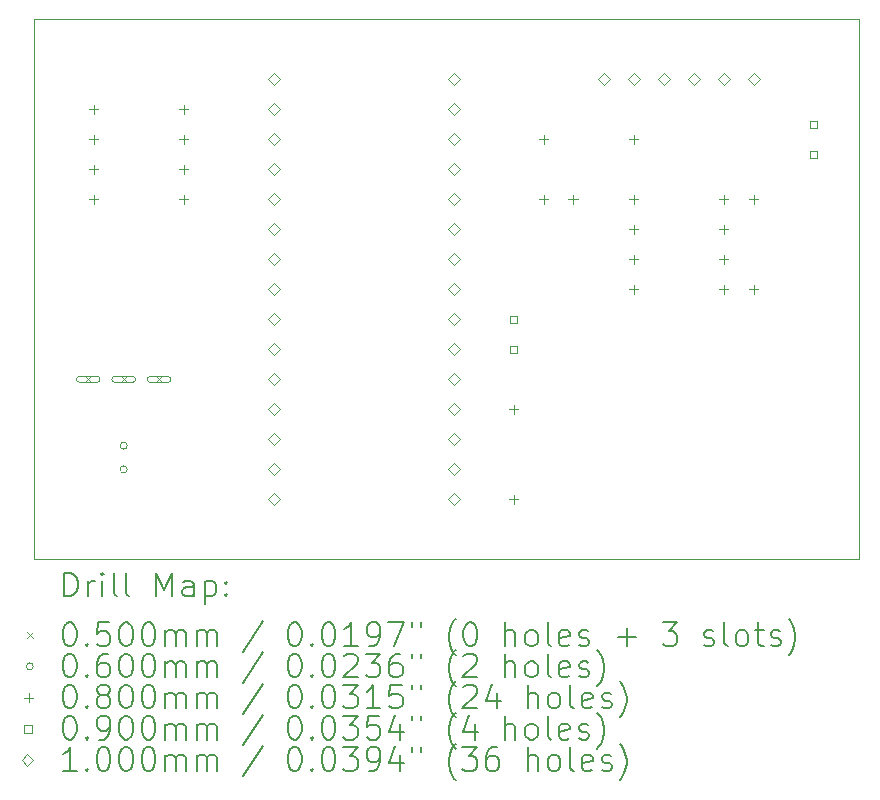
<source format=gbr>
%TF.GenerationSoftware,KiCad,Pcbnew,8.0.6*%
%TF.CreationDate,2024-11-20T11:58:56-06:00*%
%TF.ProjectId,attiny85 programmer,61747469-6e79-4383-9520-70726f677261,rev?*%
%TF.SameCoordinates,Original*%
%TF.FileFunction,Drillmap*%
%TF.FilePolarity,Positive*%
%FSLAX45Y45*%
G04 Gerber Fmt 4.5, Leading zero omitted, Abs format (unit mm)*
G04 Created by KiCad (PCBNEW 8.0.6) date 2024-11-20 11:58:56*
%MOMM*%
%LPD*%
G01*
G04 APERTURE LIST*
%ADD10C,0.050000*%
%ADD11C,0.200000*%
%ADD12C,0.100000*%
G04 APERTURE END LIST*
D10*
X11684000Y-7874000D02*
X18669000Y-7874000D01*
X18669000Y-12446000D01*
X11684000Y-12446000D01*
X11684000Y-7874000D01*
D11*
D12*
X12121000Y-10897000D02*
X12171000Y-10947000D01*
X12171000Y-10897000D02*
X12121000Y-10947000D01*
X12071000Y-10947000D02*
X12221000Y-10947000D01*
X12221000Y-10897000D02*
G75*
G02*
X12221000Y-10947000I0J-25000D01*
G01*
X12221000Y-10897000D02*
X12071000Y-10897000D01*
X12071000Y-10897000D02*
G75*
G03*
X12071000Y-10947000I0J-25000D01*
G01*
X12421000Y-10897000D02*
X12471000Y-10947000D01*
X12471000Y-10897000D02*
X12421000Y-10947000D01*
X12371000Y-10947000D02*
X12521000Y-10947000D01*
X12521000Y-10897000D02*
G75*
G02*
X12521000Y-10947000I0J-25000D01*
G01*
X12521000Y-10897000D02*
X12371000Y-10897000D01*
X12371000Y-10897000D02*
G75*
G03*
X12371000Y-10947000I0J-25000D01*
G01*
X12721000Y-10897000D02*
X12771000Y-10947000D01*
X12771000Y-10897000D02*
X12721000Y-10947000D01*
X12671000Y-10947000D02*
X12821000Y-10947000D01*
X12821000Y-10897000D02*
G75*
G02*
X12821000Y-10947000I0J-25000D01*
G01*
X12821000Y-10897000D02*
X12671000Y-10897000D01*
X12671000Y-10897000D02*
G75*
G03*
X12671000Y-10947000I0J-25000D01*
G01*
X12476000Y-11484000D02*
G75*
G02*
X12416000Y-11484000I-30000J0D01*
G01*
X12416000Y-11484000D02*
G75*
G02*
X12476000Y-11484000I30000J0D01*
G01*
X12476000Y-11684000D02*
G75*
G02*
X12416000Y-11684000I-30000J0D01*
G01*
X12416000Y-11684000D02*
G75*
G02*
X12476000Y-11684000I30000J0D01*
G01*
X12192000Y-8596000D02*
X12192000Y-8676000D01*
X12152000Y-8636000D02*
X12232000Y-8636000D01*
X12192000Y-8850000D02*
X12192000Y-8930000D01*
X12152000Y-8890000D02*
X12232000Y-8890000D01*
X12192000Y-9104000D02*
X12192000Y-9184000D01*
X12152000Y-9144000D02*
X12232000Y-9144000D01*
X12192000Y-9358000D02*
X12192000Y-9438000D01*
X12152000Y-9398000D02*
X12232000Y-9398000D01*
X12954000Y-8596000D02*
X12954000Y-8676000D01*
X12914000Y-8636000D02*
X12994000Y-8636000D01*
X12954000Y-8850000D02*
X12954000Y-8930000D01*
X12914000Y-8890000D02*
X12994000Y-8890000D01*
X12954000Y-9104000D02*
X12954000Y-9184000D01*
X12914000Y-9144000D02*
X12994000Y-9144000D01*
X12954000Y-9358000D02*
X12954000Y-9438000D01*
X12914000Y-9398000D02*
X12994000Y-9398000D01*
X15748000Y-11136000D02*
X15748000Y-11216000D01*
X15708000Y-11176000D02*
X15788000Y-11176000D01*
X15748000Y-11898000D02*
X15748000Y-11978000D01*
X15708000Y-11938000D02*
X15788000Y-11938000D01*
X16002000Y-8850000D02*
X16002000Y-8930000D01*
X15962000Y-8890000D02*
X16042000Y-8890000D01*
X16002000Y-9358000D02*
X16002000Y-9438000D01*
X15962000Y-9398000D02*
X16042000Y-9398000D01*
X16252000Y-9358000D02*
X16252000Y-9438000D01*
X16212000Y-9398000D02*
X16292000Y-9398000D01*
X16764000Y-8850000D02*
X16764000Y-8930000D01*
X16724000Y-8890000D02*
X16804000Y-8890000D01*
X16764000Y-9358000D02*
X16764000Y-9438000D01*
X16724000Y-9398000D02*
X16804000Y-9398000D01*
X16764000Y-9612000D02*
X16764000Y-9692000D01*
X16724000Y-9652000D02*
X16804000Y-9652000D01*
X16764000Y-9866000D02*
X16764000Y-9946000D01*
X16724000Y-9906000D02*
X16804000Y-9906000D01*
X16764000Y-10120000D02*
X16764000Y-10200000D01*
X16724000Y-10160000D02*
X16804000Y-10160000D01*
X17526000Y-9358000D02*
X17526000Y-9438000D01*
X17486000Y-9398000D02*
X17566000Y-9398000D01*
X17526000Y-9612000D02*
X17526000Y-9692000D01*
X17486000Y-9652000D02*
X17566000Y-9652000D01*
X17526000Y-9866000D02*
X17526000Y-9946000D01*
X17486000Y-9906000D02*
X17566000Y-9906000D01*
X17526000Y-10120000D02*
X17526000Y-10200000D01*
X17486000Y-10160000D02*
X17566000Y-10160000D01*
X17780000Y-9358000D02*
X17780000Y-9438000D01*
X17740000Y-9398000D02*
X17820000Y-9398000D01*
X17780000Y-10120000D02*
X17780000Y-10200000D01*
X17740000Y-10160000D02*
X17820000Y-10160000D01*
X15779820Y-10445820D02*
X15779820Y-10382180D01*
X15716180Y-10382180D01*
X15716180Y-10445820D01*
X15779820Y-10445820D01*
X15779820Y-10699820D02*
X15779820Y-10636180D01*
X15716180Y-10636180D01*
X15716180Y-10699820D01*
X15779820Y-10699820D01*
X18319820Y-8794820D02*
X18319820Y-8731180D01*
X18256180Y-8731180D01*
X18256180Y-8794820D01*
X18319820Y-8794820D01*
X18319820Y-9048820D02*
X18319820Y-8985180D01*
X18256180Y-8985180D01*
X18256180Y-9048820D01*
X18319820Y-9048820D01*
X13716000Y-8432000D02*
X13766000Y-8382000D01*
X13716000Y-8332000D01*
X13666000Y-8382000D01*
X13716000Y-8432000D01*
X13716000Y-8686000D02*
X13766000Y-8636000D01*
X13716000Y-8586000D01*
X13666000Y-8636000D01*
X13716000Y-8686000D01*
X13716000Y-8940000D02*
X13766000Y-8890000D01*
X13716000Y-8840000D01*
X13666000Y-8890000D01*
X13716000Y-8940000D01*
X13716000Y-9194000D02*
X13766000Y-9144000D01*
X13716000Y-9094000D01*
X13666000Y-9144000D01*
X13716000Y-9194000D01*
X13716000Y-9448000D02*
X13766000Y-9398000D01*
X13716000Y-9348000D01*
X13666000Y-9398000D01*
X13716000Y-9448000D01*
X13716000Y-9702000D02*
X13766000Y-9652000D01*
X13716000Y-9602000D01*
X13666000Y-9652000D01*
X13716000Y-9702000D01*
X13716000Y-9956000D02*
X13766000Y-9906000D01*
X13716000Y-9856000D01*
X13666000Y-9906000D01*
X13716000Y-9956000D01*
X13716000Y-10210000D02*
X13766000Y-10160000D01*
X13716000Y-10110000D01*
X13666000Y-10160000D01*
X13716000Y-10210000D01*
X13716000Y-10464000D02*
X13766000Y-10414000D01*
X13716000Y-10364000D01*
X13666000Y-10414000D01*
X13716000Y-10464000D01*
X13716000Y-10718000D02*
X13766000Y-10668000D01*
X13716000Y-10618000D01*
X13666000Y-10668000D01*
X13716000Y-10718000D01*
X13716000Y-10972000D02*
X13766000Y-10922000D01*
X13716000Y-10872000D01*
X13666000Y-10922000D01*
X13716000Y-10972000D01*
X13716000Y-11226000D02*
X13766000Y-11176000D01*
X13716000Y-11126000D01*
X13666000Y-11176000D01*
X13716000Y-11226000D01*
X13716000Y-11480000D02*
X13766000Y-11430000D01*
X13716000Y-11380000D01*
X13666000Y-11430000D01*
X13716000Y-11480000D01*
X13716000Y-11734000D02*
X13766000Y-11684000D01*
X13716000Y-11634000D01*
X13666000Y-11684000D01*
X13716000Y-11734000D01*
X13716000Y-11988000D02*
X13766000Y-11938000D01*
X13716000Y-11888000D01*
X13666000Y-11938000D01*
X13716000Y-11988000D01*
X15240000Y-8432000D02*
X15290000Y-8382000D01*
X15240000Y-8332000D01*
X15190000Y-8382000D01*
X15240000Y-8432000D01*
X15240000Y-8686000D02*
X15290000Y-8636000D01*
X15240000Y-8586000D01*
X15190000Y-8636000D01*
X15240000Y-8686000D01*
X15240000Y-8940000D02*
X15290000Y-8890000D01*
X15240000Y-8840000D01*
X15190000Y-8890000D01*
X15240000Y-8940000D01*
X15240000Y-9194000D02*
X15290000Y-9144000D01*
X15240000Y-9094000D01*
X15190000Y-9144000D01*
X15240000Y-9194000D01*
X15240000Y-9448000D02*
X15290000Y-9398000D01*
X15240000Y-9348000D01*
X15190000Y-9398000D01*
X15240000Y-9448000D01*
X15240000Y-9702000D02*
X15290000Y-9652000D01*
X15240000Y-9602000D01*
X15190000Y-9652000D01*
X15240000Y-9702000D01*
X15240000Y-9956000D02*
X15290000Y-9906000D01*
X15240000Y-9856000D01*
X15190000Y-9906000D01*
X15240000Y-9956000D01*
X15240000Y-10210000D02*
X15290000Y-10160000D01*
X15240000Y-10110000D01*
X15190000Y-10160000D01*
X15240000Y-10210000D01*
X15240000Y-10464000D02*
X15290000Y-10414000D01*
X15240000Y-10364000D01*
X15190000Y-10414000D01*
X15240000Y-10464000D01*
X15240000Y-10718000D02*
X15290000Y-10668000D01*
X15240000Y-10618000D01*
X15190000Y-10668000D01*
X15240000Y-10718000D01*
X15240000Y-10972000D02*
X15290000Y-10922000D01*
X15240000Y-10872000D01*
X15190000Y-10922000D01*
X15240000Y-10972000D01*
X15240000Y-11226000D02*
X15290000Y-11176000D01*
X15240000Y-11126000D01*
X15190000Y-11176000D01*
X15240000Y-11226000D01*
X15240000Y-11480000D02*
X15290000Y-11430000D01*
X15240000Y-11380000D01*
X15190000Y-11430000D01*
X15240000Y-11480000D01*
X15240000Y-11734000D02*
X15290000Y-11684000D01*
X15240000Y-11634000D01*
X15190000Y-11684000D01*
X15240000Y-11734000D01*
X15240000Y-11988000D02*
X15290000Y-11938000D01*
X15240000Y-11888000D01*
X15190000Y-11938000D01*
X15240000Y-11988000D01*
X16510000Y-8432000D02*
X16560000Y-8382000D01*
X16510000Y-8332000D01*
X16460000Y-8382000D01*
X16510000Y-8432000D01*
X16764000Y-8432000D02*
X16814000Y-8382000D01*
X16764000Y-8332000D01*
X16714000Y-8382000D01*
X16764000Y-8432000D01*
X17018000Y-8432000D02*
X17068000Y-8382000D01*
X17018000Y-8332000D01*
X16968000Y-8382000D01*
X17018000Y-8432000D01*
X17272000Y-8432000D02*
X17322000Y-8382000D01*
X17272000Y-8332000D01*
X17222000Y-8382000D01*
X17272000Y-8432000D01*
X17526000Y-8432000D02*
X17576000Y-8382000D01*
X17526000Y-8332000D01*
X17476000Y-8382000D01*
X17526000Y-8432000D01*
X17780000Y-8432000D02*
X17830000Y-8382000D01*
X17780000Y-8332000D01*
X17730000Y-8382000D01*
X17780000Y-8432000D01*
D11*
X11942277Y-12759984D02*
X11942277Y-12559984D01*
X11942277Y-12559984D02*
X11989896Y-12559984D01*
X11989896Y-12559984D02*
X12018467Y-12569508D01*
X12018467Y-12569508D02*
X12037515Y-12588555D01*
X12037515Y-12588555D02*
X12047039Y-12607603D01*
X12047039Y-12607603D02*
X12056562Y-12645698D01*
X12056562Y-12645698D02*
X12056562Y-12674269D01*
X12056562Y-12674269D02*
X12047039Y-12712365D01*
X12047039Y-12712365D02*
X12037515Y-12731412D01*
X12037515Y-12731412D02*
X12018467Y-12750460D01*
X12018467Y-12750460D02*
X11989896Y-12759984D01*
X11989896Y-12759984D02*
X11942277Y-12759984D01*
X12142277Y-12759984D02*
X12142277Y-12626650D01*
X12142277Y-12664746D02*
X12151801Y-12645698D01*
X12151801Y-12645698D02*
X12161324Y-12636174D01*
X12161324Y-12636174D02*
X12180372Y-12626650D01*
X12180372Y-12626650D02*
X12199420Y-12626650D01*
X12266086Y-12759984D02*
X12266086Y-12626650D01*
X12266086Y-12559984D02*
X12256562Y-12569508D01*
X12256562Y-12569508D02*
X12266086Y-12579031D01*
X12266086Y-12579031D02*
X12275610Y-12569508D01*
X12275610Y-12569508D02*
X12266086Y-12559984D01*
X12266086Y-12559984D02*
X12266086Y-12579031D01*
X12389896Y-12759984D02*
X12370848Y-12750460D01*
X12370848Y-12750460D02*
X12361324Y-12731412D01*
X12361324Y-12731412D02*
X12361324Y-12559984D01*
X12494658Y-12759984D02*
X12475610Y-12750460D01*
X12475610Y-12750460D02*
X12466086Y-12731412D01*
X12466086Y-12731412D02*
X12466086Y-12559984D01*
X12723229Y-12759984D02*
X12723229Y-12559984D01*
X12723229Y-12559984D02*
X12789896Y-12702841D01*
X12789896Y-12702841D02*
X12856562Y-12559984D01*
X12856562Y-12559984D02*
X12856562Y-12759984D01*
X13037515Y-12759984D02*
X13037515Y-12655222D01*
X13037515Y-12655222D02*
X13027991Y-12636174D01*
X13027991Y-12636174D02*
X13008943Y-12626650D01*
X13008943Y-12626650D02*
X12970848Y-12626650D01*
X12970848Y-12626650D02*
X12951801Y-12636174D01*
X13037515Y-12750460D02*
X13018467Y-12759984D01*
X13018467Y-12759984D02*
X12970848Y-12759984D01*
X12970848Y-12759984D02*
X12951801Y-12750460D01*
X12951801Y-12750460D02*
X12942277Y-12731412D01*
X12942277Y-12731412D02*
X12942277Y-12712365D01*
X12942277Y-12712365D02*
X12951801Y-12693317D01*
X12951801Y-12693317D02*
X12970848Y-12683793D01*
X12970848Y-12683793D02*
X13018467Y-12683793D01*
X13018467Y-12683793D02*
X13037515Y-12674269D01*
X13132753Y-12626650D02*
X13132753Y-12826650D01*
X13132753Y-12636174D02*
X13151801Y-12626650D01*
X13151801Y-12626650D02*
X13189896Y-12626650D01*
X13189896Y-12626650D02*
X13208943Y-12636174D01*
X13208943Y-12636174D02*
X13218467Y-12645698D01*
X13218467Y-12645698D02*
X13227991Y-12664746D01*
X13227991Y-12664746D02*
X13227991Y-12721888D01*
X13227991Y-12721888D02*
X13218467Y-12740936D01*
X13218467Y-12740936D02*
X13208943Y-12750460D01*
X13208943Y-12750460D02*
X13189896Y-12759984D01*
X13189896Y-12759984D02*
X13151801Y-12759984D01*
X13151801Y-12759984D02*
X13132753Y-12750460D01*
X13313705Y-12740936D02*
X13323229Y-12750460D01*
X13323229Y-12750460D02*
X13313705Y-12759984D01*
X13313705Y-12759984D02*
X13304182Y-12750460D01*
X13304182Y-12750460D02*
X13313705Y-12740936D01*
X13313705Y-12740936D02*
X13313705Y-12759984D01*
X13313705Y-12636174D02*
X13323229Y-12645698D01*
X13323229Y-12645698D02*
X13313705Y-12655222D01*
X13313705Y-12655222D02*
X13304182Y-12645698D01*
X13304182Y-12645698D02*
X13313705Y-12636174D01*
X13313705Y-12636174D02*
X13313705Y-12655222D01*
D12*
X11631500Y-13063500D02*
X11681500Y-13113500D01*
X11681500Y-13063500D02*
X11631500Y-13113500D01*
D11*
X11980372Y-12979984D02*
X11999420Y-12979984D01*
X11999420Y-12979984D02*
X12018467Y-12989508D01*
X12018467Y-12989508D02*
X12027991Y-12999031D01*
X12027991Y-12999031D02*
X12037515Y-13018079D01*
X12037515Y-13018079D02*
X12047039Y-13056174D01*
X12047039Y-13056174D02*
X12047039Y-13103793D01*
X12047039Y-13103793D02*
X12037515Y-13141888D01*
X12037515Y-13141888D02*
X12027991Y-13160936D01*
X12027991Y-13160936D02*
X12018467Y-13170460D01*
X12018467Y-13170460D02*
X11999420Y-13179984D01*
X11999420Y-13179984D02*
X11980372Y-13179984D01*
X11980372Y-13179984D02*
X11961324Y-13170460D01*
X11961324Y-13170460D02*
X11951801Y-13160936D01*
X11951801Y-13160936D02*
X11942277Y-13141888D01*
X11942277Y-13141888D02*
X11932753Y-13103793D01*
X11932753Y-13103793D02*
X11932753Y-13056174D01*
X11932753Y-13056174D02*
X11942277Y-13018079D01*
X11942277Y-13018079D02*
X11951801Y-12999031D01*
X11951801Y-12999031D02*
X11961324Y-12989508D01*
X11961324Y-12989508D02*
X11980372Y-12979984D01*
X12132753Y-13160936D02*
X12142277Y-13170460D01*
X12142277Y-13170460D02*
X12132753Y-13179984D01*
X12132753Y-13179984D02*
X12123229Y-13170460D01*
X12123229Y-13170460D02*
X12132753Y-13160936D01*
X12132753Y-13160936D02*
X12132753Y-13179984D01*
X12323229Y-12979984D02*
X12227991Y-12979984D01*
X12227991Y-12979984D02*
X12218467Y-13075222D01*
X12218467Y-13075222D02*
X12227991Y-13065698D01*
X12227991Y-13065698D02*
X12247039Y-13056174D01*
X12247039Y-13056174D02*
X12294658Y-13056174D01*
X12294658Y-13056174D02*
X12313705Y-13065698D01*
X12313705Y-13065698D02*
X12323229Y-13075222D01*
X12323229Y-13075222D02*
X12332753Y-13094269D01*
X12332753Y-13094269D02*
X12332753Y-13141888D01*
X12332753Y-13141888D02*
X12323229Y-13160936D01*
X12323229Y-13160936D02*
X12313705Y-13170460D01*
X12313705Y-13170460D02*
X12294658Y-13179984D01*
X12294658Y-13179984D02*
X12247039Y-13179984D01*
X12247039Y-13179984D02*
X12227991Y-13170460D01*
X12227991Y-13170460D02*
X12218467Y-13160936D01*
X12456562Y-12979984D02*
X12475610Y-12979984D01*
X12475610Y-12979984D02*
X12494658Y-12989508D01*
X12494658Y-12989508D02*
X12504182Y-12999031D01*
X12504182Y-12999031D02*
X12513705Y-13018079D01*
X12513705Y-13018079D02*
X12523229Y-13056174D01*
X12523229Y-13056174D02*
X12523229Y-13103793D01*
X12523229Y-13103793D02*
X12513705Y-13141888D01*
X12513705Y-13141888D02*
X12504182Y-13160936D01*
X12504182Y-13160936D02*
X12494658Y-13170460D01*
X12494658Y-13170460D02*
X12475610Y-13179984D01*
X12475610Y-13179984D02*
X12456562Y-13179984D01*
X12456562Y-13179984D02*
X12437515Y-13170460D01*
X12437515Y-13170460D02*
X12427991Y-13160936D01*
X12427991Y-13160936D02*
X12418467Y-13141888D01*
X12418467Y-13141888D02*
X12408943Y-13103793D01*
X12408943Y-13103793D02*
X12408943Y-13056174D01*
X12408943Y-13056174D02*
X12418467Y-13018079D01*
X12418467Y-13018079D02*
X12427991Y-12999031D01*
X12427991Y-12999031D02*
X12437515Y-12989508D01*
X12437515Y-12989508D02*
X12456562Y-12979984D01*
X12647039Y-12979984D02*
X12666086Y-12979984D01*
X12666086Y-12979984D02*
X12685134Y-12989508D01*
X12685134Y-12989508D02*
X12694658Y-12999031D01*
X12694658Y-12999031D02*
X12704182Y-13018079D01*
X12704182Y-13018079D02*
X12713705Y-13056174D01*
X12713705Y-13056174D02*
X12713705Y-13103793D01*
X12713705Y-13103793D02*
X12704182Y-13141888D01*
X12704182Y-13141888D02*
X12694658Y-13160936D01*
X12694658Y-13160936D02*
X12685134Y-13170460D01*
X12685134Y-13170460D02*
X12666086Y-13179984D01*
X12666086Y-13179984D02*
X12647039Y-13179984D01*
X12647039Y-13179984D02*
X12627991Y-13170460D01*
X12627991Y-13170460D02*
X12618467Y-13160936D01*
X12618467Y-13160936D02*
X12608943Y-13141888D01*
X12608943Y-13141888D02*
X12599420Y-13103793D01*
X12599420Y-13103793D02*
X12599420Y-13056174D01*
X12599420Y-13056174D02*
X12608943Y-13018079D01*
X12608943Y-13018079D02*
X12618467Y-12999031D01*
X12618467Y-12999031D02*
X12627991Y-12989508D01*
X12627991Y-12989508D02*
X12647039Y-12979984D01*
X12799420Y-13179984D02*
X12799420Y-13046650D01*
X12799420Y-13065698D02*
X12808943Y-13056174D01*
X12808943Y-13056174D02*
X12827991Y-13046650D01*
X12827991Y-13046650D02*
X12856563Y-13046650D01*
X12856563Y-13046650D02*
X12875610Y-13056174D01*
X12875610Y-13056174D02*
X12885134Y-13075222D01*
X12885134Y-13075222D02*
X12885134Y-13179984D01*
X12885134Y-13075222D02*
X12894658Y-13056174D01*
X12894658Y-13056174D02*
X12913705Y-13046650D01*
X12913705Y-13046650D02*
X12942277Y-13046650D01*
X12942277Y-13046650D02*
X12961324Y-13056174D01*
X12961324Y-13056174D02*
X12970848Y-13075222D01*
X12970848Y-13075222D02*
X12970848Y-13179984D01*
X13066086Y-13179984D02*
X13066086Y-13046650D01*
X13066086Y-13065698D02*
X13075610Y-13056174D01*
X13075610Y-13056174D02*
X13094658Y-13046650D01*
X13094658Y-13046650D02*
X13123229Y-13046650D01*
X13123229Y-13046650D02*
X13142277Y-13056174D01*
X13142277Y-13056174D02*
X13151801Y-13075222D01*
X13151801Y-13075222D02*
X13151801Y-13179984D01*
X13151801Y-13075222D02*
X13161324Y-13056174D01*
X13161324Y-13056174D02*
X13180372Y-13046650D01*
X13180372Y-13046650D02*
X13208943Y-13046650D01*
X13208943Y-13046650D02*
X13227991Y-13056174D01*
X13227991Y-13056174D02*
X13237515Y-13075222D01*
X13237515Y-13075222D02*
X13237515Y-13179984D01*
X13627991Y-12970460D02*
X13456563Y-13227603D01*
X13885134Y-12979984D02*
X13904182Y-12979984D01*
X13904182Y-12979984D02*
X13923229Y-12989508D01*
X13923229Y-12989508D02*
X13932753Y-12999031D01*
X13932753Y-12999031D02*
X13942277Y-13018079D01*
X13942277Y-13018079D02*
X13951801Y-13056174D01*
X13951801Y-13056174D02*
X13951801Y-13103793D01*
X13951801Y-13103793D02*
X13942277Y-13141888D01*
X13942277Y-13141888D02*
X13932753Y-13160936D01*
X13932753Y-13160936D02*
X13923229Y-13170460D01*
X13923229Y-13170460D02*
X13904182Y-13179984D01*
X13904182Y-13179984D02*
X13885134Y-13179984D01*
X13885134Y-13179984D02*
X13866086Y-13170460D01*
X13866086Y-13170460D02*
X13856563Y-13160936D01*
X13856563Y-13160936D02*
X13847039Y-13141888D01*
X13847039Y-13141888D02*
X13837515Y-13103793D01*
X13837515Y-13103793D02*
X13837515Y-13056174D01*
X13837515Y-13056174D02*
X13847039Y-13018079D01*
X13847039Y-13018079D02*
X13856563Y-12999031D01*
X13856563Y-12999031D02*
X13866086Y-12989508D01*
X13866086Y-12989508D02*
X13885134Y-12979984D01*
X14037515Y-13160936D02*
X14047039Y-13170460D01*
X14047039Y-13170460D02*
X14037515Y-13179984D01*
X14037515Y-13179984D02*
X14027991Y-13170460D01*
X14027991Y-13170460D02*
X14037515Y-13160936D01*
X14037515Y-13160936D02*
X14037515Y-13179984D01*
X14170848Y-12979984D02*
X14189896Y-12979984D01*
X14189896Y-12979984D02*
X14208944Y-12989508D01*
X14208944Y-12989508D02*
X14218467Y-12999031D01*
X14218467Y-12999031D02*
X14227991Y-13018079D01*
X14227991Y-13018079D02*
X14237515Y-13056174D01*
X14237515Y-13056174D02*
X14237515Y-13103793D01*
X14237515Y-13103793D02*
X14227991Y-13141888D01*
X14227991Y-13141888D02*
X14218467Y-13160936D01*
X14218467Y-13160936D02*
X14208944Y-13170460D01*
X14208944Y-13170460D02*
X14189896Y-13179984D01*
X14189896Y-13179984D02*
X14170848Y-13179984D01*
X14170848Y-13179984D02*
X14151801Y-13170460D01*
X14151801Y-13170460D02*
X14142277Y-13160936D01*
X14142277Y-13160936D02*
X14132753Y-13141888D01*
X14132753Y-13141888D02*
X14123229Y-13103793D01*
X14123229Y-13103793D02*
X14123229Y-13056174D01*
X14123229Y-13056174D02*
X14132753Y-13018079D01*
X14132753Y-13018079D02*
X14142277Y-12999031D01*
X14142277Y-12999031D02*
X14151801Y-12989508D01*
X14151801Y-12989508D02*
X14170848Y-12979984D01*
X14427991Y-13179984D02*
X14313706Y-13179984D01*
X14370848Y-13179984D02*
X14370848Y-12979984D01*
X14370848Y-12979984D02*
X14351801Y-13008555D01*
X14351801Y-13008555D02*
X14332753Y-13027603D01*
X14332753Y-13027603D02*
X14313706Y-13037127D01*
X14523229Y-13179984D02*
X14561325Y-13179984D01*
X14561325Y-13179984D02*
X14580372Y-13170460D01*
X14580372Y-13170460D02*
X14589896Y-13160936D01*
X14589896Y-13160936D02*
X14608944Y-13132365D01*
X14608944Y-13132365D02*
X14618467Y-13094269D01*
X14618467Y-13094269D02*
X14618467Y-13018079D01*
X14618467Y-13018079D02*
X14608944Y-12999031D01*
X14608944Y-12999031D02*
X14599420Y-12989508D01*
X14599420Y-12989508D02*
X14580372Y-12979984D01*
X14580372Y-12979984D02*
X14542277Y-12979984D01*
X14542277Y-12979984D02*
X14523229Y-12989508D01*
X14523229Y-12989508D02*
X14513706Y-12999031D01*
X14513706Y-12999031D02*
X14504182Y-13018079D01*
X14504182Y-13018079D02*
X14504182Y-13065698D01*
X14504182Y-13065698D02*
X14513706Y-13084746D01*
X14513706Y-13084746D02*
X14523229Y-13094269D01*
X14523229Y-13094269D02*
X14542277Y-13103793D01*
X14542277Y-13103793D02*
X14580372Y-13103793D01*
X14580372Y-13103793D02*
X14599420Y-13094269D01*
X14599420Y-13094269D02*
X14608944Y-13084746D01*
X14608944Y-13084746D02*
X14618467Y-13065698D01*
X14685134Y-12979984D02*
X14818467Y-12979984D01*
X14818467Y-12979984D02*
X14732753Y-13179984D01*
X14885134Y-12979984D02*
X14885134Y-13018079D01*
X14961325Y-12979984D02*
X14961325Y-13018079D01*
X15256563Y-13256174D02*
X15247039Y-13246650D01*
X15247039Y-13246650D02*
X15227991Y-13218079D01*
X15227991Y-13218079D02*
X15218468Y-13199031D01*
X15218468Y-13199031D02*
X15208944Y-13170460D01*
X15208944Y-13170460D02*
X15199420Y-13122841D01*
X15199420Y-13122841D02*
X15199420Y-13084746D01*
X15199420Y-13084746D02*
X15208944Y-13037127D01*
X15208944Y-13037127D02*
X15218468Y-13008555D01*
X15218468Y-13008555D02*
X15227991Y-12989508D01*
X15227991Y-12989508D02*
X15247039Y-12960936D01*
X15247039Y-12960936D02*
X15256563Y-12951412D01*
X15370848Y-12979984D02*
X15389896Y-12979984D01*
X15389896Y-12979984D02*
X15408944Y-12989508D01*
X15408944Y-12989508D02*
X15418468Y-12999031D01*
X15418468Y-12999031D02*
X15427991Y-13018079D01*
X15427991Y-13018079D02*
X15437515Y-13056174D01*
X15437515Y-13056174D02*
X15437515Y-13103793D01*
X15437515Y-13103793D02*
X15427991Y-13141888D01*
X15427991Y-13141888D02*
X15418468Y-13160936D01*
X15418468Y-13160936D02*
X15408944Y-13170460D01*
X15408944Y-13170460D02*
X15389896Y-13179984D01*
X15389896Y-13179984D02*
X15370848Y-13179984D01*
X15370848Y-13179984D02*
X15351801Y-13170460D01*
X15351801Y-13170460D02*
X15342277Y-13160936D01*
X15342277Y-13160936D02*
X15332753Y-13141888D01*
X15332753Y-13141888D02*
X15323229Y-13103793D01*
X15323229Y-13103793D02*
X15323229Y-13056174D01*
X15323229Y-13056174D02*
X15332753Y-13018079D01*
X15332753Y-13018079D02*
X15342277Y-12999031D01*
X15342277Y-12999031D02*
X15351801Y-12989508D01*
X15351801Y-12989508D02*
X15370848Y-12979984D01*
X15675610Y-13179984D02*
X15675610Y-12979984D01*
X15761325Y-13179984D02*
X15761325Y-13075222D01*
X15761325Y-13075222D02*
X15751801Y-13056174D01*
X15751801Y-13056174D02*
X15732753Y-13046650D01*
X15732753Y-13046650D02*
X15704182Y-13046650D01*
X15704182Y-13046650D02*
X15685134Y-13056174D01*
X15685134Y-13056174D02*
X15675610Y-13065698D01*
X15885134Y-13179984D02*
X15866087Y-13170460D01*
X15866087Y-13170460D02*
X15856563Y-13160936D01*
X15856563Y-13160936D02*
X15847039Y-13141888D01*
X15847039Y-13141888D02*
X15847039Y-13084746D01*
X15847039Y-13084746D02*
X15856563Y-13065698D01*
X15856563Y-13065698D02*
X15866087Y-13056174D01*
X15866087Y-13056174D02*
X15885134Y-13046650D01*
X15885134Y-13046650D02*
X15913706Y-13046650D01*
X15913706Y-13046650D02*
X15932753Y-13056174D01*
X15932753Y-13056174D02*
X15942277Y-13065698D01*
X15942277Y-13065698D02*
X15951801Y-13084746D01*
X15951801Y-13084746D02*
X15951801Y-13141888D01*
X15951801Y-13141888D02*
X15942277Y-13160936D01*
X15942277Y-13160936D02*
X15932753Y-13170460D01*
X15932753Y-13170460D02*
X15913706Y-13179984D01*
X15913706Y-13179984D02*
X15885134Y-13179984D01*
X16066087Y-13179984D02*
X16047039Y-13170460D01*
X16047039Y-13170460D02*
X16037515Y-13151412D01*
X16037515Y-13151412D02*
X16037515Y-12979984D01*
X16218468Y-13170460D02*
X16199420Y-13179984D01*
X16199420Y-13179984D02*
X16161325Y-13179984D01*
X16161325Y-13179984D02*
X16142277Y-13170460D01*
X16142277Y-13170460D02*
X16132753Y-13151412D01*
X16132753Y-13151412D02*
X16132753Y-13075222D01*
X16132753Y-13075222D02*
X16142277Y-13056174D01*
X16142277Y-13056174D02*
X16161325Y-13046650D01*
X16161325Y-13046650D02*
X16199420Y-13046650D01*
X16199420Y-13046650D02*
X16218468Y-13056174D01*
X16218468Y-13056174D02*
X16227991Y-13075222D01*
X16227991Y-13075222D02*
X16227991Y-13094269D01*
X16227991Y-13094269D02*
X16132753Y-13113317D01*
X16304182Y-13170460D02*
X16323230Y-13179984D01*
X16323230Y-13179984D02*
X16361325Y-13179984D01*
X16361325Y-13179984D02*
X16380372Y-13170460D01*
X16380372Y-13170460D02*
X16389896Y-13151412D01*
X16389896Y-13151412D02*
X16389896Y-13141888D01*
X16389896Y-13141888D02*
X16380372Y-13122841D01*
X16380372Y-13122841D02*
X16361325Y-13113317D01*
X16361325Y-13113317D02*
X16332753Y-13113317D01*
X16332753Y-13113317D02*
X16313706Y-13103793D01*
X16313706Y-13103793D02*
X16304182Y-13084746D01*
X16304182Y-13084746D02*
X16304182Y-13075222D01*
X16304182Y-13075222D02*
X16313706Y-13056174D01*
X16313706Y-13056174D02*
X16332753Y-13046650D01*
X16332753Y-13046650D02*
X16361325Y-13046650D01*
X16361325Y-13046650D02*
X16380372Y-13056174D01*
X16627992Y-13103793D02*
X16780373Y-13103793D01*
X16704182Y-13179984D02*
X16704182Y-13027603D01*
X17008944Y-12979984D02*
X17132754Y-12979984D01*
X17132754Y-12979984D02*
X17066087Y-13056174D01*
X17066087Y-13056174D02*
X17094658Y-13056174D01*
X17094658Y-13056174D02*
X17113706Y-13065698D01*
X17113706Y-13065698D02*
X17123230Y-13075222D01*
X17123230Y-13075222D02*
X17132754Y-13094269D01*
X17132754Y-13094269D02*
X17132754Y-13141888D01*
X17132754Y-13141888D02*
X17123230Y-13160936D01*
X17123230Y-13160936D02*
X17113706Y-13170460D01*
X17113706Y-13170460D02*
X17094658Y-13179984D01*
X17094658Y-13179984D02*
X17037515Y-13179984D01*
X17037515Y-13179984D02*
X17018468Y-13170460D01*
X17018468Y-13170460D02*
X17008944Y-13160936D01*
X17361325Y-13170460D02*
X17380373Y-13179984D01*
X17380373Y-13179984D02*
X17418468Y-13179984D01*
X17418468Y-13179984D02*
X17437516Y-13170460D01*
X17437516Y-13170460D02*
X17447039Y-13151412D01*
X17447039Y-13151412D02*
X17447039Y-13141888D01*
X17447039Y-13141888D02*
X17437516Y-13122841D01*
X17437516Y-13122841D02*
X17418468Y-13113317D01*
X17418468Y-13113317D02*
X17389896Y-13113317D01*
X17389896Y-13113317D02*
X17370849Y-13103793D01*
X17370849Y-13103793D02*
X17361325Y-13084746D01*
X17361325Y-13084746D02*
X17361325Y-13075222D01*
X17361325Y-13075222D02*
X17370849Y-13056174D01*
X17370849Y-13056174D02*
X17389896Y-13046650D01*
X17389896Y-13046650D02*
X17418468Y-13046650D01*
X17418468Y-13046650D02*
X17437516Y-13056174D01*
X17561325Y-13179984D02*
X17542277Y-13170460D01*
X17542277Y-13170460D02*
X17532754Y-13151412D01*
X17532754Y-13151412D02*
X17532754Y-12979984D01*
X17666087Y-13179984D02*
X17647039Y-13170460D01*
X17647039Y-13170460D02*
X17637516Y-13160936D01*
X17637516Y-13160936D02*
X17627992Y-13141888D01*
X17627992Y-13141888D02*
X17627992Y-13084746D01*
X17627992Y-13084746D02*
X17637516Y-13065698D01*
X17637516Y-13065698D02*
X17647039Y-13056174D01*
X17647039Y-13056174D02*
X17666087Y-13046650D01*
X17666087Y-13046650D02*
X17694658Y-13046650D01*
X17694658Y-13046650D02*
X17713706Y-13056174D01*
X17713706Y-13056174D02*
X17723230Y-13065698D01*
X17723230Y-13065698D02*
X17732754Y-13084746D01*
X17732754Y-13084746D02*
X17732754Y-13141888D01*
X17732754Y-13141888D02*
X17723230Y-13160936D01*
X17723230Y-13160936D02*
X17713706Y-13170460D01*
X17713706Y-13170460D02*
X17694658Y-13179984D01*
X17694658Y-13179984D02*
X17666087Y-13179984D01*
X17789897Y-13046650D02*
X17866087Y-13046650D01*
X17818468Y-12979984D02*
X17818468Y-13151412D01*
X17818468Y-13151412D02*
X17827992Y-13170460D01*
X17827992Y-13170460D02*
X17847039Y-13179984D01*
X17847039Y-13179984D02*
X17866087Y-13179984D01*
X17923230Y-13170460D02*
X17942277Y-13179984D01*
X17942277Y-13179984D02*
X17980373Y-13179984D01*
X17980373Y-13179984D02*
X17999420Y-13170460D01*
X17999420Y-13170460D02*
X18008944Y-13151412D01*
X18008944Y-13151412D02*
X18008944Y-13141888D01*
X18008944Y-13141888D02*
X17999420Y-13122841D01*
X17999420Y-13122841D02*
X17980373Y-13113317D01*
X17980373Y-13113317D02*
X17951801Y-13113317D01*
X17951801Y-13113317D02*
X17932754Y-13103793D01*
X17932754Y-13103793D02*
X17923230Y-13084746D01*
X17923230Y-13084746D02*
X17923230Y-13075222D01*
X17923230Y-13075222D02*
X17932754Y-13056174D01*
X17932754Y-13056174D02*
X17951801Y-13046650D01*
X17951801Y-13046650D02*
X17980373Y-13046650D01*
X17980373Y-13046650D02*
X17999420Y-13056174D01*
X18075611Y-13256174D02*
X18085135Y-13246650D01*
X18085135Y-13246650D02*
X18104182Y-13218079D01*
X18104182Y-13218079D02*
X18113706Y-13199031D01*
X18113706Y-13199031D02*
X18123230Y-13170460D01*
X18123230Y-13170460D02*
X18132754Y-13122841D01*
X18132754Y-13122841D02*
X18132754Y-13084746D01*
X18132754Y-13084746D02*
X18123230Y-13037127D01*
X18123230Y-13037127D02*
X18113706Y-13008555D01*
X18113706Y-13008555D02*
X18104182Y-12989508D01*
X18104182Y-12989508D02*
X18085135Y-12960936D01*
X18085135Y-12960936D02*
X18075611Y-12951412D01*
D12*
X11681500Y-13352500D02*
G75*
G02*
X11621500Y-13352500I-30000J0D01*
G01*
X11621500Y-13352500D02*
G75*
G02*
X11681500Y-13352500I30000J0D01*
G01*
D11*
X11980372Y-13243984D02*
X11999420Y-13243984D01*
X11999420Y-13243984D02*
X12018467Y-13253508D01*
X12018467Y-13253508D02*
X12027991Y-13263031D01*
X12027991Y-13263031D02*
X12037515Y-13282079D01*
X12037515Y-13282079D02*
X12047039Y-13320174D01*
X12047039Y-13320174D02*
X12047039Y-13367793D01*
X12047039Y-13367793D02*
X12037515Y-13405888D01*
X12037515Y-13405888D02*
X12027991Y-13424936D01*
X12027991Y-13424936D02*
X12018467Y-13434460D01*
X12018467Y-13434460D02*
X11999420Y-13443984D01*
X11999420Y-13443984D02*
X11980372Y-13443984D01*
X11980372Y-13443984D02*
X11961324Y-13434460D01*
X11961324Y-13434460D02*
X11951801Y-13424936D01*
X11951801Y-13424936D02*
X11942277Y-13405888D01*
X11942277Y-13405888D02*
X11932753Y-13367793D01*
X11932753Y-13367793D02*
X11932753Y-13320174D01*
X11932753Y-13320174D02*
X11942277Y-13282079D01*
X11942277Y-13282079D02*
X11951801Y-13263031D01*
X11951801Y-13263031D02*
X11961324Y-13253508D01*
X11961324Y-13253508D02*
X11980372Y-13243984D01*
X12132753Y-13424936D02*
X12142277Y-13434460D01*
X12142277Y-13434460D02*
X12132753Y-13443984D01*
X12132753Y-13443984D02*
X12123229Y-13434460D01*
X12123229Y-13434460D02*
X12132753Y-13424936D01*
X12132753Y-13424936D02*
X12132753Y-13443984D01*
X12313705Y-13243984D02*
X12275610Y-13243984D01*
X12275610Y-13243984D02*
X12256562Y-13253508D01*
X12256562Y-13253508D02*
X12247039Y-13263031D01*
X12247039Y-13263031D02*
X12227991Y-13291603D01*
X12227991Y-13291603D02*
X12218467Y-13329698D01*
X12218467Y-13329698D02*
X12218467Y-13405888D01*
X12218467Y-13405888D02*
X12227991Y-13424936D01*
X12227991Y-13424936D02*
X12237515Y-13434460D01*
X12237515Y-13434460D02*
X12256562Y-13443984D01*
X12256562Y-13443984D02*
X12294658Y-13443984D01*
X12294658Y-13443984D02*
X12313705Y-13434460D01*
X12313705Y-13434460D02*
X12323229Y-13424936D01*
X12323229Y-13424936D02*
X12332753Y-13405888D01*
X12332753Y-13405888D02*
X12332753Y-13358269D01*
X12332753Y-13358269D02*
X12323229Y-13339222D01*
X12323229Y-13339222D02*
X12313705Y-13329698D01*
X12313705Y-13329698D02*
X12294658Y-13320174D01*
X12294658Y-13320174D02*
X12256562Y-13320174D01*
X12256562Y-13320174D02*
X12237515Y-13329698D01*
X12237515Y-13329698D02*
X12227991Y-13339222D01*
X12227991Y-13339222D02*
X12218467Y-13358269D01*
X12456562Y-13243984D02*
X12475610Y-13243984D01*
X12475610Y-13243984D02*
X12494658Y-13253508D01*
X12494658Y-13253508D02*
X12504182Y-13263031D01*
X12504182Y-13263031D02*
X12513705Y-13282079D01*
X12513705Y-13282079D02*
X12523229Y-13320174D01*
X12523229Y-13320174D02*
X12523229Y-13367793D01*
X12523229Y-13367793D02*
X12513705Y-13405888D01*
X12513705Y-13405888D02*
X12504182Y-13424936D01*
X12504182Y-13424936D02*
X12494658Y-13434460D01*
X12494658Y-13434460D02*
X12475610Y-13443984D01*
X12475610Y-13443984D02*
X12456562Y-13443984D01*
X12456562Y-13443984D02*
X12437515Y-13434460D01*
X12437515Y-13434460D02*
X12427991Y-13424936D01*
X12427991Y-13424936D02*
X12418467Y-13405888D01*
X12418467Y-13405888D02*
X12408943Y-13367793D01*
X12408943Y-13367793D02*
X12408943Y-13320174D01*
X12408943Y-13320174D02*
X12418467Y-13282079D01*
X12418467Y-13282079D02*
X12427991Y-13263031D01*
X12427991Y-13263031D02*
X12437515Y-13253508D01*
X12437515Y-13253508D02*
X12456562Y-13243984D01*
X12647039Y-13243984D02*
X12666086Y-13243984D01*
X12666086Y-13243984D02*
X12685134Y-13253508D01*
X12685134Y-13253508D02*
X12694658Y-13263031D01*
X12694658Y-13263031D02*
X12704182Y-13282079D01*
X12704182Y-13282079D02*
X12713705Y-13320174D01*
X12713705Y-13320174D02*
X12713705Y-13367793D01*
X12713705Y-13367793D02*
X12704182Y-13405888D01*
X12704182Y-13405888D02*
X12694658Y-13424936D01*
X12694658Y-13424936D02*
X12685134Y-13434460D01*
X12685134Y-13434460D02*
X12666086Y-13443984D01*
X12666086Y-13443984D02*
X12647039Y-13443984D01*
X12647039Y-13443984D02*
X12627991Y-13434460D01*
X12627991Y-13434460D02*
X12618467Y-13424936D01*
X12618467Y-13424936D02*
X12608943Y-13405888D01*
X12608943Y-13405888D02*
X12599420Y-13367793D01*
X12599420Y-13367793D02*
X12599420Y-13320174D01*
X12599420Y-13320174D02*
X12608943Y-13282079D01*
X12608943Y-13282079D02*
X12618467Y-13263031D01*
X12618467Y-13263031D02*
X12627991Y-13253508D01*
X12627991Y-13253508D02*
X12647039Y-13243984D01*
X12799420Y-13443984D02*
X12799420Y-13310650D01*
X12799420Y-13329698D02*
X12808943Y-13320174D01*
X12808943Y-13320174D02*
X12827991Y-13310650D01*
X12827991Y-13310650D02*
X12856563Y-13310650D01*
X12856563Y-13310650D02*
X12875610Y-13320174D01*
X12875610Y-13320174D02*
X12885134Y-13339222D01*
X12885134Y-13339222D02*
X12885134Y-13443984D01*
X12885134Y-13339222D02*
X12894658Y-13320174D01*
X12894658Y-13320174D02*
X12913705Y-13310650D01*
X12913705Y-13310650D02*
X12942277Y-13310650D01*
X12942277Y-13310650D02*
X12961324Y-13320174D01*
X12961324Y-13320174D02*
X12970848Y-13339222D01*
X12970848Y-13339222D02*
X12970848Y-13443984D01*
X13066086Y-13443984D02*
X13066086Y-13310650D01*
X13066086Y-13329698D02*
X13075610Y-13320174D01*
X13075610Y-13320174D02*
X13094658Y-13310650D01*
X13094658Y-13310650D02*
X13123229Y-13310650D01*
X13123229Y-13310650D02*
X13142277Y-13320174D01*
X13142277Y-13320174D02*
X13151801Y-13339222D01*
X13151801Y-13339222D02*
X13151801Y-13443984D01*
X13151801Y-13339222D02*
X13161324Y-13320174D01*
X13161324Y-13320174D02*
X13180372Y-13310650D01*
X13180372Y-13310650D02*
X13208943Y-13310650D01*
X13208943Y-13310650D02*
X13227991Y-13320174D01*
X13227991Y-13320174D02*
X13237515Y-13339222D01*
X13237515Y-13339222D02*
X13237515Y-13443984D01*
X13627991Y-13234460D02*
X13456563Y-13491603D01*
X13885134Y-13243984D02*
X13904182Y-13243984D01*
X13904182Y-13243984D02*
X13923229Y-13253508D01*
X13923229Y-13253508D02*
X13932753Y-13263031D01*
X13932753Y-13263031D02*
X13942277Y-13282079D01*
X13942277Y-13282079D02*
X13951801Y-13320174D01*
X13951801Y-13320174D02*
X13951801Y-13367793D01*
X13951801Y-13367793D02*
X13942277Y-13405888D01*
X13942277Y-13405888D02*
X13932753Y-13424936D01*
X13932753Y-13424936D02*
X13923229Y-13434460D01*
X13923229Y-13434460D02*
X13904182Y-13443984D01*
X13904182Y-13443984D02*
X13885134Y-13443984D01*
X13885134Y-13443984D02*
X13866086Y-13434460D01*
X13866086Y-13434460D02*
X13856563Y-13424936D01*
X13856563Y-13424936D02*
X13847039Y-13405888D01*
X13847039Y-13405888D02*
X13837515Y-13367793D01*
X13837515Y-13367793D02*
X13837515Y-13320174D01*
X13837515Y-13320174D02*
X13847039Y-13282079D01*
X13847039Y-13282079D02*
X13856563Y-13263031D01*
X13856563Y-13263031D02*
X13866086Y-13253508D01*
X13866086Y-13253508D02*
X13885134Y-13243984D01*
X14037515Y-13424936D02*
X14047039Y-13434460D01*
X14047039Y-13434460D02*
X14037515Y-13443984D01*
X14037515Y-13443984D02*
X14027991Y-13434460D01*
X14027991Y-13434460D02*
X14037515Y-13424936D01*
X14037515Y-13424936D02*
X14037515Y-13443984D01*
X14170848Y-13243984D02*
X14189896Y-13243984D01*
X14189896Y-13243984D02*
X14208944Y-13253508D01*
X14208944Y-13253508D02*
X14218467Y-13263031D01*
X14218467Y-13263031D02*
X14227991Y-13282079D01*
X14227991Y-13282079D02*
X14237515Y-13320174D01*
X14237515Y-13320174D02*
X14237515Y-13367793D01*
X14237515Y-13367793D02*
X14227991Y-13405888D01*
X14227991Y-13405888D02*
X14218467Y-13424936D01*
X14218467Y-13424936D02*
X14208944Y-13434460D01*
X14208944Y-13434460D02*
X14189896Y-13443984D01*
X14189896Y-13443984D02*
X14170848Y-13443984D01*
X14170848Y-13443984D02*
X14151801Y-13434460D01*
X14151801Y-13434460D02*
X14142277Y-13424936D01*
X14142277Y-13424936D02*
X14132753Y-13405888D01*
X14132753Y-13405888D02*
X14123229Y-13367793D01*
X14123229Y-13367793D02*
X14123229Y-13320174D01*
X14123229Y-13320174D02*
X14132753Y-13282079D01*
X14132753Y-13282079D02*
X14142277Y-13263031D01*
X14142277Y-13263031D02*
X14151801Y-13253508D01*
X14151801Y-13253508D02*
X14170848Y-13243984D01*
X14313706Y-13263031D02*
X14323229Y-13253508D01*
X14323229Y-13253508D02*
X14342277Y-13243984D01*
X14342277Y-13243984D02*
X14389896Y-13243984D01*
X14389896Y-13243984D02*
X14408944Y-13253508D01*
X14408944Y-13253508D02*
X14418467Y-13263031D01*
X14418467Y-13263031D02*
X14427991Y-13282079D01*
X14427991Y-13282079D02*
X14427991Y-13301127D01*
X14427991Y-13301127D02*
X14418467Y-13329698D01*
X14418467Y-13329698D02*
X14304182Y-13443984D01*
X14304182Y-13443984D02*
X14427991Y-13443984D01*
X14494658Y-13243984D02*
X14618467Y-13243984D01*
X14618467Y-13243984D02*
X14551801Y-13320174D01*
X14551801Y-13320174D02*
X14580372Y-13320174D01*
X14580372Y-13320174D02*
X14599420Y-13329698D01*
X14599420Y-13329698D02*
X14608944Y-13339222D01*
X14608944Y-13339222D02*
X14618467Y-13358269D01*
X14618467Y-13358269D02*
X14618467Y-13405888D01*
X14618467Y-13405888D02*
X14608944Y-13424936D01*
X14608944Y-13424936D02*
X14599420Y-13434460D01*
X14599420Y-13434460D02*
X14580372Y-13443984D01*
X14580372Y-13443984D02*
X14523229Y-13443984D01*
X14523229Y-13443984D02*
X14504182Y-13434460D01*
X14504182Y-13434460D02*
X14494658Y-13424936D01*
X14789896Y-13243984D02*
X14751801Y-13243984D01*
X14751801Y-13243984D02*
X14732753Y-13253508D01*
X14732753Y-13253508D02*
X14723229Y-13263031D01*
X14723229Y-13263031D02*
X14704182Y-13291603D01*
X14704182Y-13291603D02*
X14694658Y-13329698D01*
X14694658Y-13329698D02*
X14694658Y-13405888D01*
X14694658Y-13405888D02*
X14704182Y-13424936D01*
X14704182Y-13424936D02*
X14713706Y-13434460D01*
X14713706Y-13434460D02*
X14732753Y-13443984D01*
X14732753Y-13443984D02*
X14770848Y-13443984D01*
X14770848Y-13443984D02*
X14789896Y-13434460D01*
X14789896Y-13434460D02*
X14799420Y-13424936D01*
X14799420Y-13424936D02*
X14808944Y-13405888D01*
X14808944Y-13405888D02*
X14808944Y-13358269D01*
X14808944Y-13358269D02*
X14799420Y-13339222D01*
X14799420Y-13339222D02*
X14789896Y-13329698D01*
X14789896Y-13329698D02*
X14770848Y-13320174D01*
X14770848Y-13320174D02*
X14732753Y-13320174D01*
X14732753Y-13320174D02*
X14713706Y-13329698D01*
X14713706Y-13329698D02*
X14704182Y-13339222D01*
X14704182Y-13339222D02*
X14694658Y-13358269D01*
X14885134Y-13243984D02*
X14885134Y-13282079D01*
X14961325Y-13243984D02*
X14961325Y-13282079D01*
X15256563Y-13520174D02*
X15247039Y-13510650D01*
X15247039Y-13510650D02*
X15227991Y-13482079D01*
X15227991Y-13482079D02*
X15218468Y-13463031D01*
X15218468Y-13463031D02*
X15208944Y-13434460D01*
X15208944Y-13434460D02*
X15199420Y-13386841D01*
X15199420Y-13386841D02*
X15199420Y-13348746D01*
X15199420Y-13348746D02*
X15208944Y-13301127D01*
X15208944Y-13301127D02*
X15218468Y-13272555D01*
X15218468Y-13272555D02*
X15227991Y-13253508D01*
X15227991Y-13253508D02*
X15247039Y-13224936D01*
X15247039Y-13224936D02*
X15256563Y-13215412D01*
X15323229Y-13263031D02*
X15332753Y-13253508D01*
X15332753Y-13253508D02*
X15351801Y-13243984D01*
X15351801Y-13243984D02*
X15399420Y-13243984D01*
X15399420Y-13243984D02*
X15418468Y-13253508D01*
X15418468Y-13253508D02*
X15427991Y-13263031D01*
X15427991Y-13263031D02*
X15437515Y-13282079D01*
X15437515Y-13282079D02*
X15437515Y-13301127D01*
X15437515Y-13301127D02*
X15427991Y-13329698D01*
X15427991Y-13329698D02*
X15313706Y-13443984D01*
X15313706Y-13443984D02*
X15437515Y-13443984D01*
X15675610Y-13443984D02*
X15675610Y-13243984D01*
X15761325Y-13443984D02*
X15761325Y-13339222D01*
X15761325Y-13339222D02*
X15751801Y-13320174D01*
X15751801Y-13320174D02*
X15732753Y-13310650D01*
X15732753Y-13310650D02*
X15704182Y-13310650D01*
X15704182Y-13310650D02*
X15685134Y-13320174D01*
X15685134Y-13320174D02*
X15675610Y-13329698D01*
X15885134Y-13443984D02*
X15866087Y-13434460D01*
X15866087Y-13434460D02*
X15856563Y-13424936D01*
X15856563Y-13424936D02*
X15847039Y-13405888D01*
X15847039Y-13405888D02*
X15847039Y-13348746D01*
X15847039Y-13348746D02*
X15856563Y-13329698D01*
X15856563Y-13329698D02*
X15866087Y-13320174D01*
X15866087Y-13320174D02*
X15885134Y-13310650D01*
X15885134Y-13310650D02*
X15913706Y-13310650D01*
X15913706Y-13310650D02*
X15932753Y-13320174D01*
X15932753Y-13320174D02*
X15942277Y-13329698D01*
X15942277Y-13329698D02*
X15951801Y-13348746D01*
X15951801Y-13348746D02*
X15951801Y-13405888D01*
X15951801Y-13405888D02*
X15942277Y-13424936D01*
X15942277Y-13424936D02*
X15932753Y-13434460D01*
X15932753Y-13434460D02*
X15913706Y-13443984D01*
X15913706Y-13443984D02*
X15885134Y-13443984D01*
X16066087Y-13443984D02*
X16047039Y-13434460D01*
X16047039Y-13434460D02*
X16037515Y-13415412D01*
X16037515Y-13415412D02*
X16037515Y-13243984D01*
X16218468Y-13434460D02*
X16199420Y-13443984D01*
X16199420Y-13443984D02*
X16161325Y-13443984D01*
X16161325Y-13443984D02*
X16142277Y-13434460D01*
X16142277Y-13434460D02*
X16132753Y-13415412D01*
X16132753Y-13415412D02*
X16132753Y-13339222D01*
X16132753Y-13339222D02*
X16142277Y-13320174D01*
X16142277Y-13320174D02*
X16161325Y-13310650D01*
X16161325Y-13310650D02*
X16199420Y-13310650D01*
X16199420Y-13310650D02*
X16218468Y-13320174D01*
X16218468Y-13320174D02*
X16227991Y-13339222D01*
X16227991Y-13339222D02*
X16227991Y-13358269D01*
X16227991Y-13358269D02*
X16132753Y-13377317D01*
X16304182Y-13434460D02*
X16323230Y-13443984D01*
X16323230Y-13443984D02*
X16361325Y-13443984D01*
X16361325Y-13443984D02*
X16380372Y-13434460D01*
X16380372Y-13434460D02*
X16389896Y-13415412D01*
X16389896Y-13415412D02*
X16389896Y-13405888D01*
X16389896Y-13405888D02*
X16380372Y-13386841D01*
X16380372Y-13386841D02*
X16361325Y-13377317D01*
X16361325Y-13377317D02*
X16332753Y-13377317D01*
X16332753Y-13377317D02*
X16313706Y-13367793D01*
X16313706Y-13367793D02*
X16304182Y-13348746D01*
X16304182Y-13348746D02*
X16304182Y-13339222D01*
X16304182Y-13339222D02*
X16313706Y-13320174D01*
X16313706Y-13320174D02*
X16332753Y-13310650D01*
X16332753Y-13310650D02*
X16361325Y-13310650D01*
X16361325Y-13310650D02*
X16380372Y-13320174D01*
X16456563Y-13520174D02*
X16466087Y-13510650D01*
X16466087Y-13510650D02*
X16485134Y-13482079D01*
X16485134Y-13482079D02*
X16494658Y-13463031D01*
X16494658Y-13463031D02*
X16504182Y-13434460D01*
X16504182Y-13434460D02*
X16513706Y-13386841D01*
X16513706Y-13386841D02*
X16513706Y-13348746D01*
X16513706Y-13348746D02*
X16504182Y-13301127D01*
X16504182Y-13301127D02*
X16494658Y-13272555D01*
X16494658Y-13272555D02*
X16485134Y-13253508D01*
X16485134Y-13253508D02*
X16466087Y-13224936D01*
X16466087Y-13224936D02*
X16456563Y-13215412D01*
D12*
X11641500Y-13576500D02*
X11641500Y-13656500D01*
X11601500Y-13616500D02*
X11681500Y-13616500D01*
D11*
X11980372Y-13507984D02*
X11999420Y-13507984D01*
X11999420Y-13507984D02*
X12018467Y-13517508D01*
X12018467Y-13517508D02*
X12027991Y-13527031D01*
X12027991Y-13527031D02*
X12037515Y-13546079D01*
X12037515Y-13546079D02*
X12047039Y-13584174D01*
X12047039Y-13584174D02*
X12047039Y-13631793D01*
X12047039Y-13631793D02*
X12037515Y-13669888D01*
X12037515Y-13669888D02*
X12027991Y-13688936D01*
X12027991Y-13688936D02*
X12018467Y-13698460D01*
X12018467Y-13698460D02*
X11999420Y-13707984D01*
X11999420Y-13707984D02*
X11980372Y-13707984D01*
X11980372Y-13707984D02*
X11961324Y-13698460D01*
X11961324Y-13698460D02*
X11951801Y-13688936D01*
X11951801Y-13688936D02*
X11942277Y-13669888D01*
X11942277Y-13669888D02*
X11932753Y-13631793D01*
X11932753Y-13631793D02*
X11932753Y-13584174D01*
X11932753Y-13584174D02*
X11942277Y-13546079D01*
X11942277Y-13546079D02*
X11951801Y-13527031D01*
X11951801Y-13527031D02*
X11961324Y-13517508D01*
X11961324Y-13517508D02*
X11980372Y-13507984D01*
X12132753Y-13688936D02*
X12142277Y-13698460D01*
X12142277Y-13698460D02*
X12132753Y-13707984D01*
X12132753Y-13707984D02*
X12123229Y-13698460D01*
X12123229Y-13698460D02*
X12132753Y-13688936D01*
X12132753Y-13688936D02*
X12132753Y-13707984D01*
X12256562Y-13593698D02*
X12237515Y-13584174D01*
X12237515Y-13584174D02*
X12227991Y-13574650D01*
X12227991Y-13574650D02*
X12218467Y-13555603D01*
X12218467Y-13555603D02*
X12218467Y-13546079D01*
X12218467Y-13546079D02*
X12227991Y-13527031D01*
X12227991Y-13527031D02*
X12237515Y-13517508D01*
X12237515Y-13517508D02*
X12256562Y-13507984D01*
X12256562Y-13507984D02*
X12294658Y-13507984D01*
X12294658Y-13507984D02*
X12313705Y-13517508D01*
X12313705Y-13517508D02*
X12323229Y-13527031D01*
X12323229Y-13527031D02*
X12332753Y-13546079D01*
X12332753Y-13546079D02*
X12332753Y-13555603D01*
X12332753Y-13555603D02*
X12323229Y-13574650D01*
X12323229Y-13574650D02*
X12313705Y-13584174D01*
X12313705Y-13584174D02*
X12294658Y-13593698D01*
X12294658Y-13593698D02*
X12256562Y-13593698D01*
X12256562Y-13593698D02*
X12237515Y-13603222D01*
X12237515Y-13603222D02*
X12227991Y-13612746D01*
X12227991Y-13612746D02*
X12218467Y-13631793D01*
X12218467Y-13631793D02*
X12218467Y-13669888D01*
X12218467Y-13669888D02*
X12227991Y-13688936D01*
X12227991Y-13688936D02*
X12237515Y-13698460D01*
X12237515Y-13698460D02*
X12256562Y-13707984D01*
X12256562Y-13707984D02*
X12294658Y-13707984D01*
X12294658Y-13707984D02*
X12313705Y-13698460D01*
X12313705Y-13698460D02*
X12323229Y-13688936D01*
X12323229Y-13688936D02*
X12332753Y-13669888D01*
X12332753Y-13669888D02*
X12332753Y-13631793D01*
X12332753Y-13631793D02*
X12323229Y-13612746D01*
X12323229Y-13612746D02*
X12313705Y-13603222D01*
X12313705Y-13603222D02*
X12294658Y-13593698D01*
X12456562Y-13507984D02*
X12475610Y-13507984D01*
X12475610Y-13507984D02*
X12494658Y-13517508D01*
X12494658Y-13517508D02*
X12504182Y-13527031D01*
X12504182Y-13527031D02*
X12513705Y-13546079D01*
X12513705Y-13546079D02*
X12523229Y-13584174D01*
X12523229Y-13584174D02*
X12523229Y-13631793D01*
X12523229Y-13631793D02*
X12513705Y-13669888D01*
X12513705Y-13669888D02*
X12504182Y-13688936D01*
X12504182Y-13688936D02*
X12494658Y-13698460D01*
X12494658Y-13698460D02*
X12475610Y-13707984D01*
X12475610Y-13707984D02*
X12456562Y-13707984D01*
X12456562Y-13707984D02*
X12437515Y-13698460D01*
X12437515Y-13698460D02*
X12427991Y-13688936D01*
X12427991Y-13688936D02*
X12418467Y-13669888D01*
X12418467Y-13669888D02*
X12408943Y-13631793D01*
X12408943Y-13631793D02*
X12408943Y-13584174D01*
X12408943Y-13584174D02*
X12418467Y-13546079D01*
X12418467Y-13546079D02*
X12427991Y-13527031D01*
X12427991Y-13527031D02*
X12437515Y-13517508D01*
X12437515Y-13517508D02*
X12456562Y-13507984D01*
X12647039Y-13507984D02*
X12666086Y-13507984D01*
X12666086Y-13507984D02*
X12685134Y-13517508D01*
X12685134Y-13517508D02*
X12694658Y-13527031D01*
X12694658Y-13527031D02*
X12704182Y-13546079D01*
X12704182Y-13546079D02*
X12713705Y-13584174D01*
X12713705Y-13584174D02*
X12713705Y-13631793D01*
X12713705Y-13631793D02*
X12704182Y-13669888D01*
X12704182Y-13669888D02*
X12694658Y-13688936D01*
X12694658Y-13688936D02*
X12685134Y-13698460D01*
X12685134Y-13698460D02*
X12666086Y-13707984D01*
X12666086Y-13707984D02*
X12647039Y-13707984D01*
X12647039Y-13707984D02*
X12627991Y-13698460D01*
X12627991Y-13698460D02*
X12618467Y-13688936D01*
X12618467Y-13688936D02*
X12608943Y-13669888D01*
X12608943Y-13669888D02*
X12599420Y-13631793D01*
X12599420Y-13631793D02*
X12599420Y-13584174D01*
X12599420Y-13584174D02*
X12608943Y-13546079D01*
X12608943Y-13546079D02*
X12618467Y-13527031D01*
X12618467Y-13527031D02*
X12627991Y-13517508D01*
X12627991Y-13517508D02*
X12647039Y-13507984D01*
X12799420Y-13707984D02*
X12799420Y-13574650D01*
X12799420Y-13593698D02*
X12808943Y-13584174D01*
X12808943Y-13584174D02*
X12827991Y-13574650D01*
X12827991Y-13574650D02*
X12856563Y-13574650D01*
X12856563Y-13574650D02*
X12875610Y-13584174D01*
X12875610Y-13584174D02*
X12885134Y-13603222D01*
X12885134Y-13603222D02*
X12885134Y-13707984D01*
X12885134Y-13603222D02*
X12894658Y-13584174D01*
X12894658Y-13584174D02*
X12913705Y-13574650D01*
X12913705Y-13574650D02*
X12942277Y-13574650D01*
X12942277Y-13574650D02*
X12961324Y-13584174D01*
X12961324Y-13584174D02*
X12970848Y-13603222D01*
X12970848Y-13603222D02*
X12970848Y-13707984D01*
X13066086Y-13707984D02*
X13066086Y-13574650D01*
X13066086Y-13593698D02*
X13075610Y-13584174D01*
X13075610Y-13584174D02*
X13094658Y-13574650D01*
X13094658Y-13574650D02*
X13123229Y-13574650D01*
X13123229Y-13574650D02*
X13142277Y-13584174D01*
X13142277Y-13584174D02*
X13151801Y-13603222D01*
X13151801Y-13603222D02*
X13151801Y-13707984D01*
X13151801Y-13603222D02*
X13161324Y-13584174D01*
X13161324Y-13584174D02*
X13180372Y-13574650D01*
X13180372Y-13574650D02*
X13208943Y-13574650D01*
X13208943Y-13574650D02*
X13227991Y-13584174D01*
X13227991Y-13584174D02*
X13237515Y-13603222D01*
X13237515Y-13603222D02*
X13237515Y-13707984D01*
X13627991Y-13498460D02*
X13456563Y-13755603D01*
X13885134Y-13507984D02*
X13904182Y-13507984D01*
X13904182Y-13507984D02*
X13923229Y-13517508D01*
X13923229Y-13517508D02*
X13932753Y-13527031D01*
X13932753Y-13527031D02*
X13942277Y-13546079D01*
X13942277Y-13546079D02*
X13951801Y-13584174D01*
X13951801Y-13584174D02*
X13951801Y-13631793D01*
X13951801Y-13631793D02*
X13942277Y-13669888D01*
X13942277Y-13669888D02*
X13932753Y-13688936D01*
X13932753Y-13688936D02*
X13923229Y-13698460D01*
X13923229Y-13698460D02*
X13904182Y-13707984D01*
X13904182Y-13707984D02*
X13885134Y-13707984D01*
X13885134Y-13707984D02*
X13866086Y-13698460D01*
X13866086Y-13698460D02*
X13856563Y-13688936D01*
X13856563Y-13688936D02*
X13847039Y-13669888D01*
X13847039Y-13669888D02*
X13837515Y-13631793D01*
X13837515Y-13631793D02*
X13837515Y-13584174D01*
X13837515Y-13584174D02*
X13847039Y-13546079D01*
X13847039Y-13546079D02*
X13856563Y-13527031D01*
X13856563Y-13527031D02*
X13866086Y-13517508D01*
X13866086Y-13517508D02*
X13885134Y-13507984D01*
X14037515Y-13688936D02*
X14047039Y-13698460D01*
X14047039Y-13698460D02*
X14037515Y-13707984D01*
X14037515Y-13707984D02*
X14027991Y-13698460D01*
X14027991Y-13698460D02*
X14037515Y-13688936D01*
X14037515Y-13688936D02*
X14037515Y-13707984D01*
X14170848Y-13507984D02*
X14189896Y-13507984D01*
X14189896Y-13507984D02*
X14208944Y-13517508D01*
X14208944Y-13517508D02*
X14218467Y-13527031D01*
X14218467Y-13527031D02*
X14227991Y-13546079D01*
X14227991Y-13546079D02*
X14237515Y-13584174D01*
X14237515Y-13584174D02*
X14237515Y-13631793D01*
X14237515Y-13631793D02*
X14227991Y-13669888D01*
X14227991Y-13669888D02*
X14218467Y-13688936D01*
X14218467Y-13688936D02*
X14208944Y-13698460D01*
X14208944Y-13698460D02*
X14189896Y-13707984D01*
X14189896Y-13707984D02*
X14170848Y-13707984D01*
X14170848Y-13707984D02*
X14151801Y-13698460D01*
X14151801Y-13698460D02*
X14142277Y-13688936D01*
X14142277Y-13688936D02*
X14132753Y-13669888D01*
X14132753Y-13669888D02*
X14123229Y-13631793D01*
X14123229Y-13631793D02*
X14123229Y-13584174D01*
X14123229Y-13584174D02*
X14132753Y-13546079D01*
X14132753Y-13546079D02*
X14142277Y-13527031D01*
X14142277Y-13527031D02*
X14151801Y-13517508D01*
X14151801Y-13517508D02*
X14170848Y-13507984D01*
X14304182Y-13507984D02*
X14427991Y-13507984D01*
X14427991Y-13507984D02*
X14361325Y-13584174D01*
X14361325Y-13584174D02*
X14389896Y-13584174D01*
X14389896Y-13584174D02*
X14408944Y-13593698D01*
X14408944Y-13593698D02*
X14418467Y-13603222D01*
X14418467Y-13603222D02*
X14427991Y-13622269D01*
X14427991Y-13622269D02*
X14427991Y-13669888D01*
X14427991Y-13669888D02*
X14418467Y-13688936D01*
X14418467Y-13688936D02*
X14408944Y-13698460D01*
X14408944Y-13698460D02*
X14389896Y-13707984D01*
X14389896Y-13707984D02*
X14332753Y-13707984D01*
X14332753Y-13707984D02*
X14313706Y-13698460D01*
X14313706Y-13698460D02*
X14304182Y-13688936D01*
X14618467Y-13707984D02*
X14504182Y-13707984D01*
X14561325Y-13707984D02*
X14561325Y-13507984D01*
X14561325Y-13507984D02*
X14542277Y-13536555D01*
X14542277Y-13536555D02*
X14523229Y-13555603D01*
X14523229Y-13555603D02*
X14504182Y-13565127D01*
X14799420Y-13507984D02*
X14704182Y-13507984D01*
X14704182Y-13507984D02*
X14694658Y-13603222D01*
X14694658Y-13603222D02*
X14704182Y-13593698D01*
X14704182Y-13593698D02*
X14723229Y-13584174D01*
X14723229Y-13584174D02*
X14770848Y-13584174D01*
X14770848Y-13584174D02*
X14789896Y-13593698D01*
X14789896Y-13593698D02*
X14799420Y-13603222D01*
X14799420Y-13603222D02*
X14808944Y-13622269D01*
X14808944Y-13622269D02*
X14808944Y-13669888D01*
X14808944Y-13669888D02*
X14799420Y-13688936D01*
X14799420Y-13688936D02*
X14789896Y-13698460D01*
X14789896Y-13698460D02*
X14770848Y-13707984D01*
X14770848Y-13707984D02*
X14723229Y-13707984D01*
X14723229Y-13707984D02*
X14704182Y-13698460D01*
X14704182Y-13698460D02*
X14694658Y-13688936D01*
X14885134Y-13507984D02*
X14885134Y-13546079D01*
X14961325Y-13507984D02*
X14961325Y-13546079D01*
X15256563Y-13784174D02*
X15247039Y-13774650D01*
X15247039Y-13774650D02*
X15227991Y-13746079D01*
X15227991Y-13746079D02*
X15218468Y-13727031D01*
X15218468Y-13727031D02*
X15208944Y-13698460D01*
X15208944Y-13698460D02*
X15199420Y-13650841D01*
X15199420Y-13650841D02*
X15199420Y-13612746D01*
X15199420Y-13612746D02*
X15208944Y-13565127D01*
X15208944Y-13565127D02*
X15218468Y-13536555D01*
X15218468Y-13536555D02*
X15227991Y-13517508D01*
X15227991Y-13517508D02*
X15247039Y-13488936D01*
X15247039Y-13488936D02*
X15256563Y-13479412D01*
X15323229Y-13527031D02*
X15332753Y-13517508D01*
X15332753Y-13517508D02*
X15351801Y-13507984D01*
X15351801Y-13507984D02*
X15399420Y-13507984D01*
X15399420Y-13507984D02*
X15418468Y-13517508D01*
X15418468Y-13517508D02*
X15427991Y-13527031D01*
X15427991Y-13527031D02*
X15437515Y-13546079D01*
X15437515Y-13546079D02*
X15437515Y-13565127D01*
X15437515Y-13565127D02*
X15427991Y-13593698D01*
X15427991Y-13593698D02*
X15313706Y-13707984D01*
X15313706Y-13707984D02*
X15437515Y-13707984D01*
X15608944Y-13574650D02*
X15608944Y-13707984D01*
X15561325Y-13498460D02*
X15513706Y-13641317D01*
X15513706Y-13641317D02*
X15637515Y-13641317D01*
X15866087Y-13707984D02*
X15866087Y-13507984D01*
X15951801Y-13707984D02*
X15951801Y-13603222D01*
X15951801Y-13603222D02*
X15942277Y-13584174D01*
X15942277Y-13584174D02*
X15923230Y-13574650D01*
X15923230Y-13574650D02*
X15894658Y-13574650D01*
X15894658Y-13574650D02*
X15875610Y-13584174D01*
X15875610Y-13584174D02*
X15866087Y-13593698D01*
X16075610Y-13707984D02*
X16056563Y-13698460D01*
X16056563Y-13698460D02*
X16047039Y-13688936D01*
X16047039Y-13688936D02*
X16037515Y-13669888D01*
X16037515Y-13669888D02*
X16037515Y-13612746D01*
X16037515Y-13612746D02*
X16047039Y-13593698D01*
X16047039Y-13593698D02*
X16056563Y-13584174D01*
X16056563Y-13584174D02*
X16075610Y-13574650D01*
X16075610Y-13574650D02*
X16104182Y-13574650D01*
X16104182Y-13574650D02*
X16123230Y-13584174D01*
X16123230Y-13584174D02*
X16132753Y-13593698D01*
X16132753Y-13593698D02*
X16142277Y-13612746D01*
X16142277Y-13612746D02*
X16142277Y-13669888D01*
X16142277Y-13669888D02*
X16132753Y-13688936D01*
X16132753Y-13688936D02*
X16123230Y-13698460D01*
X16123230Y-13698460D02*
X16104182Y-13707984D01*
X16104182Y-13707984D02*
X16075610Y-13707984D01*
X16256563Y-13707984D02*
X16237515Y-13698460D01*
X16237515Y-13698460D02*
X16227991Y-13679412D01*
X16227991Y-13679412D02*
X16227991Y-13507984D01*
X16408944Y-13698460D02*
X16389896Y-13707984D01*
X16389896Y-13707984D02*
X16351801Y-13707984D01*
X16351801Y-13707984D02*
X16332753Y-13698460D01*
X16332753Y-13698460D02*
X16323230Y-13679412D01*
X16323230Y-13679412D02*
X16323230Y-13603222D01*
X16323230Y-13603222D02*
X16332753Y-13584174D01*
X16332753Y-13584174D02*
X16351801Y-13574650D01*
X16351801Y-13574650D02*
X16389896Y-13574650D01*
X16389896Y-13574650D02*
X16408944Y-13584174D01*
X16408944Y-13584174D02*
X16418468Y-13603222D01*
X16418468Y-13603222D02*
X16418468Y-13622269D01*
X16418468Y-13622269D02*
X16323230Y-13641317D01*
X16494658Y-13698460D02*
X16513706Y-13707984D01*
X16513706Y-13707984D02*
X16551801Y-13707984D01*
X16551801Y-13707984D02*
X16570849Y-13698460D01*
X16570849Y-13698460D02*
X16580372Y-13679412D01*
X16580372Y-13679412D02*
X16580372Y-13669888D01*
X16580372Y-13669888D02*
X16570849Y-13650841D01*
X16570849Y-13650841D02*
X16551801Y-13641317D01*
X16551801Y-13641317D02*
X16523230Y-13641317D01*
X16523230Y-13641317D02*
X16504182Y-13631793D01*
X16504182Y-13631793D02*
X16494658Y-13612746D01*
X16494658Y-13612746D02*
X16494658Y-13603222D01*
X16494658Y-13603222D02*
X16504182Y-13584174D01*
X16504182Y-13584174D02*
X16523230Y-13574650D01*
X16523230Y-13574650D02*
X16551801Y-13574650D01*
X16551801Y-13574650D02*
X16570849Y-13584174D01*
X16647039Y-13784174D02*
X16656563Y-13774650D01*
X16656563Y-13774650D02*
X16675611Y-13746079D01*
X16675611Y-13746079D02*
X16685134Y-13727031D01*
X16685134Y-13727031D02*
X16694658Y-13698460D01*
X16694658Y-13698460D02*
X16704182Y-13650841D01*
X16704182Y-13650841D02*
X16704182Y-13612746D01*
X16704182Y-13612746D02*
X16694658Y-13565127D01*
X16694658Y-13565127D02*
X16685134Y-13536555D01*
X16685134Y-13536555D02*
X16675611Y-13517508D01*
X16675611Y-13517508D02*
X16656563Y-13488936D01*
X16656563Y-13488936D02*
X16647039Y-13479412D01*
D12*
X11668320Y-13912320D02*
X11668320Y-13848680D01*
X11604680Y-13848680D01*
X11604680Y-13912320D01*
X11668320Y-13912320D01*
D11*
X11980372Y-13771984D02*
X11999420Y-13771984D01*
X11999420Y-13771984D02*
X12018467Y-13781508D01*
X12018467Y-13781508D02*
X12027991Y-13791031D01*
X12027991Y-13791031D02*
X12037515Y-13810079D01*
X12037515Y-13810079D02*
X12047039Y-13848174D01*
X12047039Y-13848174D02*
X12047039Y-13895793D01*
X12047039Y-13895793D02*
X12037515Y-13933888D01*
X12037515Y-13933888D02*
X12027991Y-13952936D01*
X12027991Y-13952936D02*
X12018467Y-13962460D01*
X12018467Y-13962460D02*
X11999420Y-13971984D01*
X11999420Y-13971984D02*
X11980372Y-13971984D01*
X11980372Y-13971984D02*
X11961324Y-13962460D01*
X11961324Y-13962460D02*
X11951801Y-13952936D01*
X11951801Y-13952936D02*
X11942277Y-13933888D01*
X11942277Y-13933888D02*
X11932753Y-13895793D01*
X11932753Y-13895793D02*
X11932753Y-13848174D01*
X11932753Y-13848174D02*
X11942277Y-13810079D01*
X11942277Y-13810079D02*
X11951801Y-13791031D01*
X11951801Y-13791031D02*
X11961324Y-13781508D01*
X11961324Y-13781508D02*
X11980372Y-13771984D01*
X12132753Y-13952936D02*
X12142277Y-13962460D01*
X12142277Y-13962460D02*
X12132753Y-13971984D01*
X12132753Y-13971984D02*
X12123229Y-13962460D01*
X12123229Y-13962460D02*
X12132753Y-13952936D01*
X12132753Y-13952936D02*
X12132753Y-13971984D01*
X12237515Y-13971984D02*
X12275610Y-13971984D01*
X12275610Y-13971984D02*
X12294658Y-13962460D01*
X12294658Y-13962460D02*
X12304182Y-13952936D01*
X12304182Y-13952936D02*
X12323229Y-13924365D01*
X12323229Y-13924365D02*
X12332753Y-13886269D01*
X12332753Y-13886269D02*
X12332753Y-13810079D01*
X12332753Y-13810079D02*
X12323229Y-13791031D01*
X12323229Y-13791031D02*
X12313705Y-13781508D01*
X12313705Y-13781508D02*
X12294658Y-13771984D01*
X12294658Y-13771984D02*
X12256562Y-13771984D01*
X12256562Y-13771984D02*
X12237515Y-13781508D01*
X12237515Y-13781508D02*
X12227991Y-13791031D01*
X12227991Y-13791031D02*
X12218467Y-13810079D01*
X12218467Y-13810079D02*
X12218467Y-13857698D01*
X12218467Y-13857698D02*
X12227991Y-13876746D01*
X12227991Y-13876746D02*
X12237515Y-13886269D01*
X12237515Y-13886269D02*
X12256562Y-13895793D01*
X12256562Y-13895793D02*
X12294658Y-13895793D01*
X12294658Y-13895793D02*
X12313705Y-13886269D01*
X12313705Y-13886269D02*
X12323229Y-13876746D01*
X12323229Y-13876746D02*
X12332753Y-13857698D01*
X12456562Y-13771984D02*
X12475610Y-13771984D01*
X12475610Y-13771984D02*
X12494658Y-13781508D01*
X12494658Y-13781508D02*
X12504182Y-13791031D01*
X12504182Y-13791031D02*
X12513705Y-13810079D01*
X12513705Y-13810079D02*
X12523229Y-13848174D01*
X12523229Y-13848174D02*
X12523229Y-13895793D01*
X12523229Y-13895793D02*
X12513705Y-13933888D01*
X12513705Y-13933888D02*
X12504182Y-13952936D01*
X12504182Y-13952936D02*
X12494658Y-13962460D01*
X12494658Y-13962460D02*
X12475610Y-13971984D01*
X12475610Y-13971984D02*
X12456562Y-13971984D01*
X12456562Y-13971984D02*
X12437515Y-13962460D01*
X12437515Y-13962460D02*
X12427991Y-13952936D01*
X12427991Y-13952936D02*
X12418467Y-13933888D01*
X12418467Y-13933888D02*
X12408943Y-13895793D01*
X12408943Y-13895793D02*
X12408943Y-13848174D01*
X12408943Y-13848174D02*
X12418467Y-13810079D01*
X12418467Y-13810079D02*
X12427991Y-13791031D01*
X12427991Y-13791031D02*
X12437515Y-13781508D01*
X12437515Y-13781508D02*
X12456562Y-13771984D01*
X12647039Y-13771984D02*
X12666086Y-13771984D01*
X12666086Y-13771984D02*
X12685134Y-13781508D01*
X12685134Y-13781508D02*
X12694658Y-13791031D01*
X12694658Y-13791031D02*
X12704182Y-13810079D01*
X12704182Y-13810079D02*
X12713705Y-13848174D01*
X12713705Y-13848174D02*
X12713705Y-13895793D01*
X12713705Y-13895793D02*
X12704182Y-13933888D01*
X12704182Y-13933888D02*
X12694658Y-13952936D01*
X12694658Y-13952936D02*
X12685134Y-13962460D01*
X12685134Y-13962460D02*
X12666086Y-13971984D01*
X12666086Y-13971984D02*
X12647039Y-13971984D01*
X12647039Y-13971984D02*
X12627991Y-13962460D01*
X12627991Y-13962460D02*
X12618467Y-13952936D01*
X12618467Y-13952936D02*
X12608943Y-13933888D01*
X12608943Y-13933888D02*
X12599420Y-13895793D01*
X12599420Y-13895793D02*
X12599420Y-13848174D01*
X12599420Y-13848174D02*
X12608943Y-13810079D01*
X12608943Y-13810079D02*
X12618467Y-13791031D01*
X12618467Y-13791031D02*
X12627991Y-13781508D01*
X12627991Y-13781508D02*
X12647039Y-13771984D01*
X12799420Y-13971984D02*
X12799420Y-13838650D01*
X12799420Y-13857698D02*
X12808943Y-13848174D01*
X12808943Y-13848174D02*
X12827991Y-13838650D01*
X12827991Y-13838650D02*
X12856563Y-13838650D01*
X12856563Y-13838650D02*
X12875610Y-13848174D01*
X12875610Y-13848174D02*
X12885134Y-13867222D01*
X12885134Y-13867222D02*
X12885134Y-13971984D01*
X12885134Y-13867222D02*
X12894658Y-13848174D01*
X12894658Y-13848174D02*
X12913705Y-13838650D01*
X12913705Y-13838650D02*
X12942277Y-13838650D01*
X12942277Y-13838650D02*
X12961324Y-13848174D01*
X12961324Y-13848174D02*
X12970848Y-13867222D01*
X12970848Y-13867222D02*
X12970848Y-13971984D01*
X13066086Y-13971984D02*
X13066086Y-13838650D01*
X13066086Y-13857698D02*
X13075610Y-13848174D01*
X13075610Y-13848174D02*
X13094658Y-13838650D01*
X13094658Y-13838650D02*
X13123229Y-13838650D01*
X13123229Y-13838650D02*
X13142277Y-13848174D01*
X13142277Y-13848174D02*
X13151801Y-13867222D01*
X13151801Y-13867222D02*
X13151801Y-13971984D01*
X13151801Y-13867222D02*
X13161324Y-13848174D01*
X13161324Y-13848174D02*
X13180372Y-13838650D01*
X13180372Y-13838650D02*
X13208943Y-13838650D01*
X13208943Y-13838650D02*
X13227991Y-13848174D01*
X13227991Y-13848174D02*
X13237515Y-13867222D01*
X13237515Y-13867222D02*
X13237515Y-13971984D01*
X13627991Y-13762460D02*
X13456563Y-14019603D01*
X13885134Y-13771984D02*
X13904182Y-13771984D01*
X13904182Y-13771984D02*
X13923229Y-13781508D01*
X13923229Y-13781508D02*
X13932753Y-13791031D01*
X13932753Y-13791031D02*
X13942277Y-13810079D01*
X13942277Y-13810079D02*
X13951801Y-13848174D01*
X13951801Y-13848174D02*
X13951801Y-13895793D01*
X13951801Y-13895793D02*
X13942277Y-13933888D01*
X13942277Y-13933888D02*
X13932753Y-13952936D01*
X13932753Y-13952936D02*
X13923229Y-13962460D01*
X13923229Y-13962460D02*
X13904182Y-13971984D01*
X13904182Y-13971984D02*
X13885134Y-13971984D01*
X13885134Y-13971984D02*
X13866086Y-13962460D01*
X13866086Y-13962460D02*
X13856563Y-13952936D01*
X13856563Y-13952936D02*
X13847039Y-13933888D01*
X13847039Y-13933888D02*
X13837515Y-13895793D01*
X13837515Y-13895793D02*
X13837515Y-13848174D01*
X13837515Y-13848174D02*
X13847039Y-13810079D01*
X13847039Y-13810079D02*
X13856563Y-13791031D01*
X13856563Y-13791031D02*
X13866086Y-13781508D01*
X13866086Y-13781508D02*
X13885134Y-13771984D01*
X14037515Y-13952936D02*
X14047039Y-13962460D01*
X14047039Y-13962460D02*
X14037515Y-13971984D01*
X14037515Y-13971984D02*
X14027991Y-13962460D01*
X14027991Y-13962460D02*
X14037515Y-13952936D01*
X14037515Y-13952936D02*
X14037515Y-13971984D01*
X14170848Y-13771984D02*
X14189896Y-13771984D01*
X14189896Y-13771984D02*
X14208944Y-13781508D01*
X14208944Y-13781508D02*
X14218467Y-13791031D01*
X14218467Y-13791031D02*
X14227991Y-13810079D01*
X14227991Y-13810079D02*
X14237515Y-13848174D01*
X14237515Y-13848174D02*
X14237515Y-13895793D01*
X14237515Y-13895793D02*
X14227991Y-13933888D01*
X14227991Y-13933888D02*
X14218467Y-13952936D01*
X14218467Y-13952936D02*
X14208944Y-13962460D01*
X14208944Y-13962460D02*
X14189896Y-13971984D01*
X14189896Y-13971984D02*
X14170848Y-13971984D01*
X14170848Y-13971984D02*
X14151801Y-13962460D01*
X14151801Y-13962460D02*
X14142277Y-13952936D01*
X14142277Y-13952936D02*
X14132753Y-13933888D01*
X14132753Y-13933888D02*
X14123229Y-13895793D01*
X14123229Y-13895793D02*
X14123229Y-13848174D01*
X14123229Y-13848174D02*
X14132753Y-13810079D01*
X14132753Y-13810079D02*
X14142277Y-13791031D01*
X14142277Y-13791031D02*
X14151801Y-13781508D01*
X14151801Y-13781508D02*
X14170848Y-13771984D01*
X14304182Y-13771984D02*
X14427991Y-13771984D01*
X14427991Y-13771984D02*
X14361325Y-13848174D01*
X14361325Y-13848174D02*
X14389896Y-13848174D01*
X14389896Y-13848174D02*
X14408944Y-13857698D01*
X14408944Y-13857698D02*
X14418467Y-13867222D01*
X14418467Y-13867222D02*
X14427991Y-13886269D01*
X14427991Y-13886269D02*
X14427991Y-13933888D01*
X14427991Y-13933888D02*
X14418467Y-13952936D01*
X14418467Y-13952936D02*
X14408944Y-13962460D01*
X14408944Y-13962460D02*
X14389896Y-13971984D01*
X14389896Y-13971984D02*
X14332753Y-13971984D01*
X14332753Y-13971984D02*
X14313706Y-13962460D01*
X14313706Y-13962460D02*
X14304182Y-13952936D01*
X14608944Y-13771984D02*
X14513706Y-13771984D01*
X14513706Y-13771984D02*
X14504182Y-13867222D01*
X14504182Y-13867222D02*
X14513706Y-13857698D01*
X14513706Y-13857698D02*
X14532753Y-13848174D01*
X14532753Y-13848174D02*
X14580372Y-13848174D01*
X14580372Y-13848174D02*
X14599420Y-13857698D01*
X14599420Y-13857698D02*
X14608944Y-13867222D01*
X14608944Y-13867222D02*
X14618467Y-13886269D01*
X14618467Y-13886269D02*
X14618467Y-13933888D01*
X14618467Y-13933888D02*
X14608944Y-13952936D01*
X14608944Y-13952936D02*
X14599420Y-13962460D01*
X14599420Y-13962460D02*
X14580372Y-13971984D01*
X14580372Y-13971984D02*
X14532753Y-13971984D01*
X14532753Y-13971984D02*
X14513706Y-13962460D01*
X14513706Y-13962460D02*
X14504182Y-13952936D01*
X14789896Y-13838650D02*
X14789896Y-13971984D01*
X14742277Y-13762460D02*
X14694658Y-13905317D01*
X14694658Y-13905317D02*
X14818467Y-13905317D01*
X14885134Y-13771984D02*
X14885134Y-13810079D01*
X14961325Y-13771984D02*
X14961325Y-13810079D01*
X15256563Y-14048174D02*
X15247039Y-14038650D01*
X15247039Y-14038650D02*
X15227991Y-14010079D01*
X15227991Y-14010079D02*
X15218468Y-13991031D01*
X15218468Y-13991031D02*
X15208944Y-13962460D01*
X15208944Y-13962460D02*
X15199420Y-13914841D01*
X15199420Y-13914841D02*
X15199420Y-13876746D01*
X15199420Y-13876746D02*
X15208944Y-13829127D01*
X15208944Y-13829127D02*
X15218468Y-13800555D01*
X15218468Y-13800555D02*
X15227991Y-13781508D01*
X15227991Y-13781508D02*
X15247039Y-13752936D01*
X15247039Y-13752936D02*
X15256563Y-13743412D01*
X15418468Y-13838650D02*
X15418468Y-13971984D01*
X15370848Y-13762460D02*
X15323229Y-13905317D01*
X15323229Y-13905317D02*
X15447039Y-13905317D01*
X15675610Y-13971984D02*
X15675610Y-13771984D01*
X15761325Y-13971984D02*
X15761325Y-13867222D01*
X15761325Y-13867222D02*
X15751801Y-13848174D01*
X15751801Y-13848174D02*
X15732753Y-13838650D01*
X15732753Y-13838650D02*
X15704182Y-13838650D01*
X15704182Y-13838650D02*
X15685134Y-13848174D01*
X15685134Y-13848174D02*
X15675610Y-13857698D01*
X15885134Y-13971984D02*
X15866087Y-13962460D01*
X15866087Y-13962460D02*
X15856563Y-13952936D01*
X15856563Y-13952936D02*
X15847039Y-13933888D01*
X15847039Y-13933888D02*
X15847039Y-13876746D01*
X15847039Y-13876746D02*
X15856563Y-13857698D01*
X15856563Y-13857698D02*
X15866087Y-13848174D01*
X15866087Y-13848174D02*
X15885134Y-13838650D01*
X15885134Y-13838650D02*
X15913706Y-13838650D01*
X15913706Y-13838650D02*
X15932753Y-13848174D01*
X15932753Y-13848174D02*
X15942277Y-13857698D01*
X15942277Y-13857698D02*
X15951801Y-13876746D01*
X15951801Y-13876746D02*
X15951801Y-13933888D01*
X15951801Y-13933888D02*
X15942277Y-13952936D01*
X15942277Y-13952936D02*
X15932753Y-13962460D01*
X15932753Y-13962460D02*
X15913706Y-13971984D01*
X15913706Y-13971984D02*
X15885134Y-13971984D01*
X16066087Y-13971984D02*
X16047039Y-13962460D01*
X16047039Y-13962460D02*
X16037515Y-13943412D01*
X16037515Y-13943412D02*
X16037515Y-13771984D01*
X16218468Y-13962460D02*
X16199420Y-13971984D01*
X16199420Y-13971984D02*
X16161325Y-13971984D01*
X16161325Y-13971984D02*
X16142277Y-13962460D01*
X16142277Y-13962460D02*
X16132753Y-13943412D01*
X16132753Y-13943412D02*
X16132753Y-13867222D01*
X16132753Y-13867222D02*
X16142277Y-13848174D01*
X16142277Y-13848174D02*
X16161325Y-13838650D01*
X16161325Y-13838650D02*
X16199420Y-13838650D01*
X16199420Y-13838650D02*
X16218468Y-13848174D01*
X16218468Y-13848174D02*
X16227991Y-13867222D01*
X16227991Y-13867222D02*
X16227991Y-13886269D01*
X16227991Y-13886269D02*
X16132753Y-13905317D01*
X16304182Y-13962460D02*
X16323230Y-13971984D01*
X16323230Y-13971984D02*
X16361325Y-13971984D01*
X16361325Y-13971984D02*
X16380372Y-13962460D01*
X16380372Y-13962460D02*
X16389896Y-13943412D01*
X16389896Y-13943412D02*
X16389896Y-13933888D01*
X16389896Y-13933888D02*
X16380372Y-13914841D01*
X16380372Y-13914841D02*
X16361325Y-13905317D01*
X16361325Y-13905317D02*
X16332753Y-13905317D01*
X16332753Y-13905317D02*
X16313706Y-13895793D01*
X16313706Y-13895793D02*
X16304182Y-13876746D01*
X16304182Y-13876746D02*
X16304182Y-13867222D01*
X16304182Y-13867222D02*
X16313706Y-13848174D01*
X16313706Y-13848174D02*
X16332753Y-13838650D01*
X16332753Y-13838650D02*
X16361325Y-13838650D01*
X16361325Y-13838650D02*
X16380372Y-13848174D01*
X16456563Y-14048174D02*
X16466087Y-14038650D01*
X16466087Y-14038650D02*
X16485134Y-14010079D01*
X16485134Y-14010079D02*
X16494658Y-13991031D01*
X16494658Y-13991031D02*
X16504182Y-13962460D01*
X16504182Y-13962460D02*
X16513706Y-13914841D01*
X16513706Y-13914841D02*
X16513706Y-13876746D01*
X16513706Y-13876746D02*
X16504182Y-13829127D01*
X16504182Y-13829127D02*
X16494658Y-13800555D01*
X16494658Y-13800555D02*
X16485134Y-13781508D01*
X16485134Y-13781508D02*
X16466087Y-13752936D01*
X16466087Y-13752936D02*
X16456563Y-13743412D01*
D12*
X11631500Y-14194500D02*
X11681500Y-14144500D01*
X11631500Y-14094500D01*
X11581500Y-14144500D01*
X11631500Y-14194500D01*
D11*
X12047039Y-14235984D02*
X11932753Y-14235984D01*
X11989896Y-14235984D02*
X11989896Y-14035984D01*
X11989896Y-14035984D02*
X11970848Y-14064555D01*
X11970848Y-14064555D02*
X11951801Y-14083603D01*
X11951801Y-14083603D02*
X11932753Y-14093127D01*
X12132753Y-14216936D02*
X12142277Y-14226460D01*
X12142277Y-14226460D02*
X12132753Y-14235984D01*
X12132753Y-14235984D02*
X12123229Y-14226460D01*
X12123229Y-14226460D02*
X12132753Y-14216936D01*
X12132753Y-14216936D02*
X12132753Y-14235984D01*
X12266086Y-14035984D02*
X12285134Y-14035984D01*
X12285134Y-14035984D02*
X12304182Y-14045508D01*
X12304182Y-14045508D02*
X12313705Y-14055031D01*
X12313705Y-14055031D02*
X12323229Y-14074079D01*
X12323229Y-14074079D02*
X12332753Y-14112174D01*
X12332753Y-14112174D02*
X12332753Y-14159793D01*
X12332753Y-14159793D02*
X12323229Y-14197888D01*
X12323229Y-14197888D02*
X12313705Y-14216936D01*
X12313705Y-14216936D02*
X12304182Y-14226460D01*
X12304182Y-14226460D02*
X12285134Y-14235984D01*
X12285134Y-14235984D02*
X12266086Y-14235984D01*
X12266086Y-14235984D02*
X12247039Y-14226460D01*
X12247039Y-14226460D02*
X12237515Y-14216936D01*
X12237515Y-14216936D02*
X12227991Y-14197888D01*
X12227991Y-14197888D02*
X12218467Y-14159793D01*
X12218467Y-14159793D02*
X12218467Y-14112174D01*
X12218467Y-14112174D02*
X12227991Y-14074079D01*
X12227991Y-14074079D02*
X12237515Y-14055031D01*
X12237515Y-14055031D02*
X12247039Y-14045508D01*
X12247039Y-14045508D02*
X12266086Y-14035984D01*
X12456562Y-14035984D02*
X12475610Y-14035984D01*
X12475610Y-14035984D02*
X12494658Y-14045508D01*
X12494658Y-14045508D02*
X12504182Y-14055031D01*
X12504182Y-14055031D02*
X12513705Y-14074079D01*
X12513705Y-14074079D02*
X12523229Y-14112174D01*
X12523229Y-14112174D02*
X12523229Y-14159793D01*
X12523229Y-14159793D02*
X12513705Y-14197888D01*
X12513705Y-14197888D02*
X12504182Y-14216936D01*
X12504182Y-14216936D02*
X12494658Y-14226460D01*
X12494658Y-14226460D02*
X12475610Y-14235984D01*
X12475610Y-14235984D02*
X12456562Y-14235984D01*
X12456562Y-14235984D02*
X12437515Y-14226460D01*
X12437515Y-14226460D02*
X12427991Y-14216936D01*
X12427991Y-14216936D02*
X12418467Y-14197888D01*
X12418467Y-14197888D02*
X12408943Y-14159793D01*
X12408943Y-14159793D02*
X12408943Y-14112174D01*
X12408943Y-14112174D02*
X12418467Y-14074079D01*
X12418467Y-14074079D02*
X12427991Y-14055031D01*
X12427991Y-14055031D02*
X12437515Y-14045508D01*
X12437515Y-14045508D02*
X12456562Y-14035984D01*
X12647039Y-14035984D02*
X12666086Y-14035984D01*
X12666086Y-14035984D02*
X12685134Y-14045508D01*
X12685134Y-14045508D02*
X12694658Y-14055031D01*
X12694658Y-14055031D02*
X12704182Y-14074079D01*
X12704182Y-14074079D02*
X12713705Y-14112174D01*
X12713705Y-14112174D02*
X12713705Y-14159793D01*
X12713705Y-14159793D02*
X12704182Y-14197888D01*
X12704182Y-14197888D02*
X12694658Y-14216936D01*
X12694658Y-14216936D02*
X12685134Y-14226460D01*
X12685134Y-14226460D02*
X12666086Y-14235984D01*
X12666086Y-14235984D02*
X12647039Y-14235984D01*
X12647039Y-14235984D02*
X12627991Y-14226460D01*
X12627991Y-14226460D02*
X12618467Y-14216936D01*
X12618467Y-14216936D02*
X12608943Y-14197888D01*
X12608943Y-14197888D02*
X12599420Y-14159793D01*
X12599420Y-14159793D02*
X12599420Y-14112174D01*
X12599420Y-14112174D02*
X12608943Y-14074079D01*
X12608943Y-14074079D02*
X12618467Y-14055031D01*
X12618467Y-14055031D02*
X12627991Y-14045508D01*
X12627991Y-14045508D02*
X12647039Y-14035984D01*
X12799420Y-14235984D02*
X12799420Y-14102650D01*
X12799420Y-14121698D02*
X12808943Y-14112174D01*
X12808943Y-14112174D02*
X12827991Y-14102650D01*
X12827991Y-14102650D02*
X12856563Y-14102650D01*
X12856563Y-14102650D02*
X12875610Y-14112174D01*
X12875610Y-14112174D02*
X12885134Y-14131222D01*
X12885134Y-14131222D02*
X12885134Y-14235984D01*
X12885134Y-14131222D02*
X12894658Y-14112174D01*
X12894658Y-14112174D02*
X12913705Y-14102650D01*
X12913705Y-14102650D02*
X12942277Y-14102650D01*
X12942277Y-14102650D02*
X12961324Y-14112174D01*
X12961324Y-14112174D02*
X12970848Y-14131222D01*
X12970848Y-14131222D02*
X12970848Y-14235984D01*
X13066086Y-14235984D02*
X13066086Y-14102650D01*
X13066086Y-14121698D02*
X13075610Y-14112174D01*
X13075610Y-14112174D02*
X13094658Y-14102650D01*
X13094658Y-14102650D02*
X13123229Y-14102650D01*
X13123229Y-14102650D02*
X13142277Y-14112174D01*
X13142277Y-14112174D02*
X13151801Y-14131222D01*
X13151801Y-14131222D02*
X13151801Y-14235984D01*
X13151801Y-14131222D02*
X13161324Y-14112174D01*
X13161324Y-14112174D02*
X13180372Y-14102650D01*
X13180372Y-14102650D02*
X13208943Y-14102650D01*
X13208943Y-14102650D02*
X13227991Y-14112174D01*
X13227991Y-14112174D02*
X13237515Y-14131222D01*
X13237515Y-14131222D02*
X13237515Y-14235984D01*
X13627991Y-14026460D02*
X13456563Y-14283603D01*
X13885134Y-14035984D02*
X13904182Y-14035984D01*
X13904182Y-14035984D02*
X13923229Y-14045508D01*
X13923229Y-14045508D02*
X13932753Y-14055031D01*
X13932753Y-14055031D02*
X13942277Y-14074079D01*
X13942277Y-14074079D02*
X13951801Y-14112174D01*
X13951801Y-14112174D02*
X13951801Y-14159793D01*
X13951801Y-14159793D02*
X13942277Y-14197888D01*
X13942277Y-14197888D02*
X13932753Y-14216936D01*
X13932753Y-14216936D02*
X13923229Y-14226460D01*
X13923229Y-14226460D02*
X13904182Y-14235984D01*
X13904182Y-14235984D02*
X13885134Y-14235984D01*
X13885134Y-14235984D02*
X13866086Y-14226460D01*
X13866086Y-14226460D02*
X13856563Y-14216936D01*
X13856563Y-14216936D02*
X13847039Y-14197888D01*
X13847039Y-14197888D02*
X13837515Y-14159793D01*
X13837515Y-14159793D02*
X13837515Y-14112174D01*
X13837515Y-14112174D02*
X13847039Y-14074079D01*
X13847039Y-14074079D02*
X13856563Y-14055031D01*
X13856563Y-14055031D02*
X13866086Y-14045508D01*
X13866086Y-14045508D02*
X13885134Y-14035984D01*
X14037515Y-14216936D02*
X14047039Y-14226460D01*
X14047039Y-14226460D02*
X14037515Y-14235984D01*
X14037515Y-14235984D02*
X14027991Y-14226460D01*
X14027991Y-14226460D02*
X14037515Y-14216936D01*
X14037515Y-14216936D02*
X14037515Y-14235984D01*
X14170848Y-14035984D02*
X14189896Y-14035984D01*
X14189896Y-14035984D02*
X14208944Y-14045508D01*
X14208944Y-14045508D02*
X14218467Y-14055031D01*
X14218467Y-14055031D02*
X14227991Y-14074079D01*
X14227991Y-14074079D02*
X14237515Y-14112174D01*
X14237515Y-14112174D02*
X14237515Y-14159793D01*
X14237515Y-14159793D02*
X14227991Y-14197888D01*
X14227991Y-14197888D02*
X14218467Y-14216936D01*
X14218467Y-14216936D02*
X14208944Y-14226460D01*
X14208944Y-14226460D02*
X14189896Y-14235984D01*
X14189896Y-14235984D02*
X14170848Y-14235984D01*
X14170848Y-14235984D02*
X14151801Y-14226460D01*
X14151801Y-14226460D02*
X14142277Y-14216936D01*
X14142277Y-14216936D02*
X14132753Y-14197888D01*
X14132753Y-14197888D02*
X14123229Y-14159793D01*
X14123229Y-14159793D02*
X14123229Y-14112174D01*
X14123229Y-14112174D02*
X14132753Y-14074079D01*
X14132753Y-14074079D02*
X14142277Y-14055031D01*
X14142277Y-14055031D02*
X14151801Y-14045508D01*
X14151801Y-14045508D02*
X14170848Y-14035984D01*
X14304182Y-14035984D02*
X14427991Y-14035984D01*
X14427991Y-14035984D02*
X14361325Y-14112174D01*
X14361325Y-14112174D02*
X14389896Y-14112174D01*
X14389896Y-14112174D02*
X14408944Y-14121698D01*
X14408944Y-14121698D02*
X14418467Y-14131222D01*
X14418467Y-14131222D02*
X14427991Y-14150269D01*
X14427991Y-14150269D02*
X14427991Y-14197888D01*
X14427991Y-14197888D02*
X14418467Y-14216936D01*
X14418467Y-14216936D02*
X14408944Y-14226460D01*
X14408944Y-14226460D02*
X14389896Y-14235984D01*
X14389896Y-14235984D02*
X14332753Y-14235984D01*
X14332753Y-14235984D02*
X14313706Y-14226460D01*
X14313706Y-14226460D02*
X14304182Y-14216936D01*
X14523229Y-14235984D02*
X14561325Y-14235984D01*
X14561325Y-14235984D02*
X14580372Y-14226460D01*
X14580372Y-14226460D02*
X14589896Y-14216936D01*
X14589896Y-14216936D02*
X14608944Y-14188365D01*
X14608944Y-14188365D02*
X14618467Y-14150269D01*
X14618467Y-14150269D02*
X14618467Y-14074079D01*
X14618467Y-14074079D02*
X14608944Y-14055031D01*
X14608944Y-14055031D02*
X14599420Y-14045508D01*
X14599420Y-14045508D02*
X14580372Y-14035984D01*
X14580372Y-14035984D02*
X14542277Y-14035984D01*
X14542277Y-14035984D02*
X14523229Y-14045508D01*
X14523229Y-14045508D02*
X14513706Y-14055031D01*
X14513706Y-14055031D02*
X14504182Y-14074079D01*
X14504182Y-14074079D02*
X14504182Y-14121698D01*
X14504182Y-14121698D02*
X14513706Y-14140746D01*
X14513706Y-14140746D02*
X14523229Y-14150269D01*
X14523229Y-14150269D02*
X14542277Y-14159793D01*
X14542277Y-14159793D02*
X14580372Y-14159793D01*
X14580372Y-14159793D02*
X14599420Y-14150269D01*
X14599420Y-14150269D02*
X14608944Y-14140746D01*
X14608944Y-14140746D02*
X14618467Y-14121698D01*
X14789896Y-14102650D02*
X14789896Y-14235984D01*
X14742277Y-14026460D02*
X14694658Y-14169317D01*
X14694658Y-14169317D02*
X14818467Y-14169317D01*
X14885134Y-14035984D02*
X14885134Y-14074079D01*
X14961325Y-14035984D02*
X14961325Y-14074079D01*
X15256563Y-14312174D02*
X15247039Y-14302650D01*
X15247039Y-14302650D02*
X15227991Y-14274079D01*
X15227991Y-14274079D02*
X15218468Y-14255031D01*
X15218468Y-14255031D02*
X15208944Y-14226460D01*
X15208944Y-14226460D02*
X15199420Y-14178841D01*
X15199420Y-14178841D02*
X15199420Y-14140746D01*
X15199420Y-14140746D02*
X15208944Y-14093127D01*
X15208944Y-14093127D02*
X15218468Y-14064555D01*
X15218468Y-14064555D02*
X15227991Y-14045508D01*
X15227991Y-14045508D02*
X15247039Y-14016936D01*
X15247039Y-14016936D02*
X15256563Y-14007412D01*
X15313706Y-14035984D02*
X15437515Y-14035984D01*
X15437515Y-14035984D02*
X15370848Y-14112174D01*
X15370848Y-14112174D02*
X15399420Y-14112174D01*
X15399420Y-14112174D02*
X15418468Y-14121698D01*
X15418468Y-14121698D02*
X15427991Y-14131222D01*
X15427991Y-14131222D02*
X15437515Y-14150269D01*
X15437515Y-14150269D02*
X15437515Y-14197888D01*
X15437515Y-14197888D02*
X15427991Y-14216936D01*
X15427991Y-14216936D02*
X15418468Y-14226460D01*
X15418468Y-14226460D02*
X15399420Y-14235984D01*
X15399420Y-14235984D02*
X15342277Y-14235984D01*
X15342277Y-14235984D02*
X15323229Y-14226460D01*
X15323229Y-14226460D02*
X15313706Y-14216936D01*
X15608944Y-14035984D02*
X15570848Y-14035984D01*
X15570848Y-14035984D02*
X15551801Y-14045508D01*
X15551801Y-14045508D02*
X15542277Y-14055031D01*
X15542277Y-14055031D02*
X15523229Y-14083603D01*
X15523229Y-14083603D02*
X15513706Y-14121698D01*
X15513706Y-14121698D02*
X15513706Y-14197888D01*
X15513706Y-14197888D02*
X15523229Y-14216936D01*
X15523229Y-14216936D02*
X15532753Y-14226460D01*
X15532753Y-14226460D02*
X15551801Y-14235984D01*
X15551801Y-14235984D02*
X15589896Y-14235984D01*
X15589896Y-14235984D02*
X15608944Y-14226460D01*
X15608944Y-14226460D02*
X15618468Y-14216936D01*
X15618468Y-14216936D02*
X15627991Y-14197888D01*
X15627991Y-14197888D02*
X15627991Y-14150269D01*
X15627991Y-14150269D02*
X15618468Y-14131222D01*
X15618468Y-14131222D02*
X15608944Y-14121698D01*
X15608944Y-14121698D02*
X15589896Y-14112174D01*
X15589896Y-14112174D02*
X15551801Y-14112174D01*
X15551801Y-14112174D02*
X15532753Y-14121698D01*
X15532753Y-14121698D02*
X15523229Y-14131222D01*
X15523229Y-14131222D02*
X15513706Y-14150269D01*
X15866087Y-14235984D02*
X15866087Y-14035984D01*
X15951801Y-14235984D02*
X15951801Y-14131222D01*
X15951801Y-14131222D02*
X15942277Y-14112174D01*
X15942277Y-14112174D02*
X15923230Y-14102650D01*
X15923230Y-14102650D02*
X15894658Y-14102650D01*
X15894658Y-14102650D02*
X15875610Y-14112174D01*
X15875610Y-14112174D02*
X15866087Y-14121698D01*
X16075610Y-14235984D02*
X16056563Y-14226460D01*
X16056563Y-14226460D02*
X16047039Y-14216936D01*
X16047039Y-14216936D02*
X16037515Y-14197888D01*
X16037515Y-14197888D02*
X16037515Y-14140746D01*
X16037515Y-14140746D02*
X16047039Y-14121698D01*
X16047039Y-14121698D02*
X16056563Y-14112174D01*
X16056563Y-14112174D02*
X16075610Y-14102650D01*
X16075610Y-14102650D02*
X16104182Y-14102650D01*
X16104182Y-14102650D02*
X16123230Y-14112174D01*
X16123230Y-14112174D02*
X16132753Y-14121698D01*
X16132753Y-14121698D02*
X16142277Y-14140746D01*
X16142277Y-14140746D02*
X16142277Y-14197888D01*
X16142277Y-14197888D02*
X16132753Y-14216936D01*
X16132753Y-14216936D02*
X16123230Y-14226460D01*
X16123230Y-14226460D02*
X16104182Y-14235984D01*
X16104182Y-14235984D02*
X16075610Y-14235984D01*
X16256563Y-14235984D02*
X16237515Y-14226460D01*
X16237515Y-14226460D02*
X16227991Y-14207412D01*
X16227991Y-14207412D02*
X16227991Y-14035984D01*
X16408944Y-14226460D02*
X16389896Y-14235984D01*
X16389896Y-14235984D02*
X16351801Y-14235984D01*
X16351801Y-14235984D02*
X16332753Y-14226460D01*
X16332753Y-14226460D02*
X16323230Y-14207412D01*
X16323230Y-14207412D02*
X16323230Y-14131222D01*
X16323230Y-14131222D02*
X16332753Y-14112174D01*
X16332753Y-14112174D02*
X16351801Y-14102650D01*
X16351801Y-14102650D02*
X16389896Y-14102650D01*
X16389896Y-14102650D02*
X16408944Y-14112174D01*
X16408944Y-14112174D02*
X16418468Y-14131222D01*
X16418468Y-14131222D02*
X16418468Y-14150269D01*
X16418468Y-14150269D02*
X16323230Y-14169317D01*
X16494658Y-14226460D02*
X16513706Y-14235984D01*
X16513706Y-14235984D02*
X16551801Y-14235984D01*
X16551801Y-14235984D02*
X16570849Y-14226460D01*
X16570849Y-14226460D02*
X16580372Y-14207412D01*
X16580372Y-14207412D02*
X16580372Y-14197888D01*
X16580372Y-14197888D02*
X16570849Y-14178841D01*
X16570849Y-14178841D02*
X16551801Y-14169317D01*
X16551801Y-14169317D02*
X16523230Y-14169317D01*
X16523230Y-14169317D02*
X16504182Y-14159793D01*
X16504182Y-14159793D02*
X16494658Y-14140746D01*
X16494658Y-14140746D02*
X16494658Y-14131222D01*
X16494658Y-14131222D02*
X16504182Y-14112174D01*
X16504182Y-14112174D02*
X16523230Y-14102650D01*
X16523230Y-14102650D02*
X16551801Y-14102650D01*
X16551801Y-14102650D02*
X16570849Y-14112174D01*
X16647039Y-14312174D02*
X16656563Y-14302650D01*
X16656563Y-14302650D02*
X16675611Y-14274079D01*
X16675611Y-14274079D02*
X16685134Y-14255031D01*
X16685134Y-14255031D02*
X16694658Y-14226460D01*
X16694658Y-14226460D02*
X16704182Y-14178841D01*
X16704182Y-14178841D02*
X16704182Y-14140746D01*
X16704182Y-14140746D02*
X16694658Y-14093127D01*
X16694658Y-14093127D02*
X16685134Y-14064555D01*
X16685134Y-14064555D02*
X16675611Y-14045508D01*
X16675611Y-14045508D02*
X16656563Y-14016936D01*
X16656563Y-14016936D02*
X16647039Y-14007412D01*
M02*

</source>
